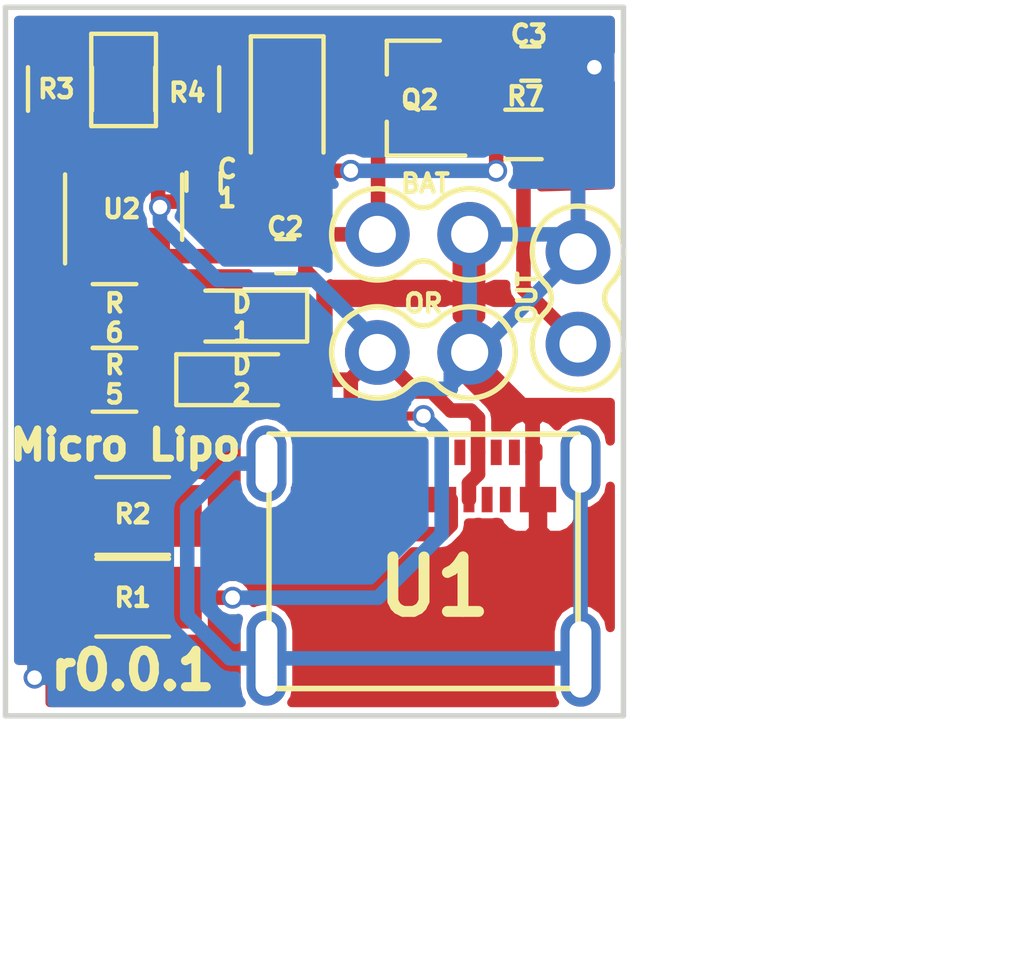
<source format=kicad_pcb>
(kicad_pcb (version 4) (host pcbnew 4.0.7)

  (general
    (links 0)
    (no_connects 0)
    (area 76.245238 107.375 127.85 138.500001)
    (thickness 1.6)
    (drawings 27)
    (tracks 245)
    (zones 0)
    (modules 20)
    (nets 27)
  )

  (page A4)
  (layers
    (0 F.Cu signal)
    (31 B.Cu signal)
    (32 B.Adhes user)
    (33 F.Adhes user)
    (34 B.Paste user)
    (35 F.Paste user)
    (36 B.SilkS user)
    (37 F.SilkS user)
    (38 B.Mask user)
    (39 F.Mask user)
    (40 Dwgs.User user)
    (41 Cmts.User user)
    (42 Eco1.User user)
    (43 Eco2.User user)
    (44 Edge.Cuts user)
    (45 Margin user)
    (46 B.CrtYd user)
    (47 F.CrtYd user)
    (48 B.Fab user)
    (49 F.Fab user)
  )

  (setup
    (last_trace_width 0.4)
    (trace_clearance 0.1)
    (zone_clearance 0.508)
    (zone_45_only no)
    (trace_min 0.2)
    (segment_width 0.2)
    (edge_width 0.15)
    (via_size 0.6)
    (via_drill 0.4)
    (via_min_size 0.4)
    (via_min_drill 0.3)
    (uvia_size 0.3)
    (uvia_drill 0.1)
    (uvias_allowed no)
    (uvia_min_size 0.2)
    (uvia_min_drill 0.1)
    (pcb_text_width 0.3)
    (pcb_text_size 1.5 1.5)
    (mod_edge_width 0.15)
    (mod_text_size 1 1)
    (mod_text_width 0.15)
    (pad_size 0.3 0.7)
    (pad_drill 0)
    (pad_to_mask_clearance 0.2)
    (aux_axis_origin 0 0)
    (visible_elements 7FFFF7FF)
    (pcbplotparams
      (layerselection 0x00030_80000001)
      (usegerberextensions false)
      (excludeedgelayer true)
      (linewidth 0.100000)
      (plotframeref false)
      (viasonmask false)
      (mode 1)
      (useauxorigin false)
      (hpglpennumber 1)
      (hpglpenspeed 20)
      (hpglpendiameter 15)
      (hpglpenoverlay 2)
      (psnegative false)
      (psa4output false)
      (plotreference true)
      (plotvalue true)
      (plotinvisibletext false)
      (padsonsilk false)
      (subtractmaskfromsilk false)
      (outputformat 1)
      (mirror false)
      (drillshape 1)
      (scaleselection 1)
      (outputdirectory ""))
  )

  (net 0 "")
  (net 1 VBUS)
  (net 2 GND)
  (net 3 VC1)
  (net 4 "Net-(C3-Pad1)")
  (net 5 "Net-(D1-Pad1)")
  (net 6 "Net-(D2-Pad2)")
  (net 7 "Net-(J2-Pad1)")
  (net 8 "Net-(J2-Pad2)")
  (net 9 "Net-(R1-Pad2)")
  (net 10 "Net-(R2-Pad2)")
  (net 11 "Net-(R5-Pad1)")
  (net 12 "Net-(U1-PadA2)")
  (net 13 "Net-(U1-PadA3)")
  (net 14 "Net-(U1-PadA6)")
  (net 15 "Net-(U1-PadA7)")
  (net 16 "Net-(U1-PadA8)")
  (net 17 "Net-(U1-PadA10)")
  (net 18 "Net-(U1-PadA11)")
  (net 19 "Net-(U1-PadB2)")
  (net 20 "Net-(U1-PadB3)")
  (net 21 "Net-(U1-PadB6)")
  (net 22 "Net-(U1-PadB7)")
  (net 23 "Net-(U1-PadB8)")
  (net 24 "Net-(U1-PadB10)")
  (net 25 "Net-(U1-PadB11)")
  (net 26 "Net-(U1-PadS1)")

  (net_class Default "This is the default net class."
    (clearance 0.1)
    (trace_width 0.4)
    (via_dia 0.6)
    (via_drill 0.4)
    (uvia_dia 0.3)
    (uvia_drill 0.1)
    (add_net GND)
    (add_net "Net-(C3-Pad1)")
    (add_net "Net-(D1-Pad1)")
    (add_net "Net-(D2-Pad2)")
    (add_net "Net-(J2-Pad1)")
    (add_net "Net-(J2-Pad2)")
    (add_net "Net-(R1-Pad2)")
    (add_net "Net-(R2-Pad2)")
    (add_net "Net-(R5-Pad1)")
    (add_net "Net-(U1-PadA10)")
    (add_net "Net-(U1-PadA11)")
    (add_net "Net-(U1-PadA2)")
    (add_net "Net-(U1-PadA3)")
    (add_net "Net-(U1-PadA6)")
    (add_net "Net-(U1-PadA7)")
    (add_net "Net-(U1-PadA8)")
    (add_net "Net-(U1-PadB10)")
    (add_net "Net-(U1-PadB11)")
    (add_net "Net-(U1-PadB2)")
    (add_net "Net-(U1-PadB3)")
    (add_net "Net-(U1-PadB6)")
    (add_net "Net-(U1-PadB7)")
    (add_net "Net-(U1-PadB8)")
    (add_net "Net-(U1-PadS1)")
    (add_net VBUS)
    (add_net VC1)
  )

  (module usbc:PadMount (layer F.Cu) (tedit 59AD8B1C) (tstamp 59AF27AE)
    (at 111.75 117.75 90)
    (path /59AEF91E)
    (fp_text reference U4 (at -0.017 -1.127 90) (layer F.SilkS) hide
      (effects (font (size 0.127 0.127) (thickness 0.03175)))
    )
    (fp_text value 1x2 (at 0 1.143 90) (layer F.Fab) hide
      (effects (font (size 0.127 0.127) (thickness 0.03175)))
    )
    (fp_arc (start 0 1.27) (end -0.381 0.889) (angle 90) (layer F.SilkS) (width 0.15))
    (fp_arc (start -1.27 0) (end -0.381 0.889) (angle 90) (layer F.SilkS) (width 0.15))
    (fp_arc (start 1.27 0) (end 2.159 0.889) (angle 90) (layer F.SilkS) (width 0.15))
    (fp_arc (start 0 -1.27) (end 0.381 -0.889) (angle 90) (layer F.SilkS) (width 0.15))
    (fp_arc (start -1.27 0) (end -2.159 -0.889) (angle 90) (layer F.SilkS) (width 0.15))
    (fp_arc (start -1.27 0) (end -2.159 0.889) (angle 90) (layer F.SilkS) (width 0.15))
    (fp_arc (start 1.27 0) (end 0.381 -0.889) (angle 90) (layer F.SilkS) (width 0.15))
    (fp_arc (start 1.27 0) (end 2.159 -0.889) (angle 90) (layer F.SilkS) (width 0.15))
    (pad 1 thru_hole circle (at -1.27 0 90) (size 1.78 1.78) (drill 1.02) (layers *.Cu *.Mask)
      (net 4 "Net-(C3-Pad1)"))
    (pad 2 thru_hole circle (at 1.27 0 90) (size 1.78 1.78) (drill 1.02) (layers *.Cu *.Mask)
      (net 2 GND))
  )

  (module usbc:PadMount (layer F.Cu) (tedit 59AF344A) (tstamp 59AF27A0)
    (at 107.5 119.25)
    (path /59AEF0FC)
    (fp_text reference U3 (at 0 0) (layer F.SilkS) hide
      (effects (font (size 0.127 0.127) (thickness 0.03175)))
    )
    (fp_text value 1x2 (at 0 -0.5) (layer F.Fab) hide
      (effects (font (size 0.127 0.127) (thickness 0.03175)))
    )
    (fp_arc (start 0 1.27) (end -0.381 0.889) (angle 90) (layer F.SilkS) (width 0.15))
    (fp_arc (start -1.27 0) (end -0.381 0.889) (angle 90) (layer F.SilkS) (width 0.15))
    (fp_arc (start 1.27 0) (end 2.159 0.889) (angle 90) (layer F.SilkS) (width 0.15))
    (fp_arc (start 0 -1.27) (end 0.381 -0.889) (angle 90) (layer F.SilkS) (width 0.15))
    (fp_arc (start -1.27 0) (end -2.159 -0.889) (angle 90) (layer F.SilkS) (width 0.15))
    (fp_arc (start -1.27 0) (end -2.159 0.889) (angle 90) (layer F.SilkS) (width 0.15))
    (fp_arc (start 1.27 0) (end 0.381 -0.889) (angle 90) (layer F.SilkS) (width 0.15))
    (fp_arc (start 1.27 0) (end 2.159 -0.889) (angle 90) (layer F.SilkS) (width 0.15))
    (pad 1 thru_hole circle (at -1.27 0) (size 1.78 1.78) (drill 1.02) (layers *.Cu *.Mask)
      (net 1 VBUS))
    (pad 2 thru_hole circle (at 1.27 0) (size 1.78 1.78) (drill 1.02) (layers *.Cu *.Mask)
      (net 2 GND))
  )

  (module Resistors_SMD:R_1206 (layer F.Cu) (tedit 59AF32FD) (tstamp 59AF274B)
    (at 99.5 123.75)
    (descr "Resistor SMD 1206, reflow soldering, Vishay (see dcrcw.pdf)")
    (tags "resistor 1206")
    (path /59AD0672)
    (attr smd)
    (fp_text reference R2 (at -9 -6.25) (layer F.SilkS) hide
      (effects (font (size 1 1) (thickness 0.15)))
    )
    (fp_text value 5.1K (at -7.25 -1.25) (layer F.Fab) hide
      (effects (font (size 1 1) (thickness 0.15)))
    )
    (fp_text user %R (at 0 0) (layer F.Fab)
      (effects (font (size 0.7 0.7) (thickness 0.105)))
    )
    (fp_line (start -1.6 0.8) (end -1.6 -0.8) (layer F.Fab) (width 0.1))
    (fp_line (start 1.6 0.8) (end -1.6 0.8) (layer F.Fab) (width 0.1))
    (fp_line (start 1.6 -0.8) (end 1.6 0.8) (layer F.Fab) (width 0.1))
    (fp_line (start -1.6 -0.8) (end 1.6 -0.8) (layer F.Fab) (width 0.1))
    (fp_line (start 1 1.07) (end -1 1.07) (layer F.SilkS) (width 0.12))
    (fp_line (start -1 -1.07) (end 1 -1.07) (layer F.SilkS) (width 0.12))
    (fp_line (start -2.15 -1.11) (end 2.15 -1.11) (layer F.CrtYd) (width 0.05))
    (fp_line (start -2.15 -1.11) (end -2.15 1.1) (layer F.CrtYd) (width 0.05))
    (fp_line (start 2.15 1.1) (end 2.15 -1.11) (layer F.CrtYd) (width 0.05))
    (fp_line (start 2.15 1.1) (end -2.15 1.1) (layer F.CrtYd) (width 0.05))
    (pad 1 smd rect (at -1.45 0) (size 0.9 1.7) (layers F.Cu F.Paste F.Mask)
      (net 2 GND))
    (pad 2 smd rect (at 1.45 0) (size 0.9 1.7) (layers F.Cu F.Paste F.Mask)
      (net 10 "Net-(R2-Pad2)"))
    (model ${KISYS3DMOD}/Resistors_SMD.3dshapes/R_1206.wrl
      (at (xyz 0 0 0))
      (scale (xyz 1 1 1))
      (rotate (xyz 0 0 0))
    )
  )

  (module Resistors_SMD:R_0805 (layer F.Cu) (tedit 59B0A388) (tstamp 59AF2751)
    (at 97.5 112 90)
    (descr "Resistor SMD 0805, reflow soldering, Vishay (see dcrcw.pdf)")
    (tags "resistor 0805")
    (path /59AC9A73)
    (attr smd)
    (fp_text reference R3 (at -4.25 -2.75 90) (layer F.SilkS) hide
      (effects (font (size 1 1) (thickness 0.15)))
    )
    (fp_text value 10K (at -0.25 -8.25 90) (layer F.Fab) hide
      (effects (font (size 1 1) (thickness 0.15)))
    )
    (fp_text user %R (at 0 0 90) (layer F.Fab)
      (effects (font (size 0.5 0.5) (thickness 0.075)))
    )
    (fp_line (start -1 0.62) (end -1 -0.62) (layer F.Fab) (width 0.1))
    (fp_line (start 1 0.62) (end -1 0.62) (layer F.Fab) (width 0.1))
    (fp_line (start 1 -0.62) (end 1 0.62) (layer F.Fab) (width 0.1))
    (fp_line (start -1 -0.62) (end 1 -0.62) (layer F.Fab) (width 0.1))
    (fp_line (start 0.6 0.88) (end -0.6 0.88) (layer F.SilkS) (width 0.12))
    (fp_line (start -0.6 -0.88) (end 0.6 -0.88) (layer F.SilkS) (width 0.12))
    (fp_line (start -1.55 -0.9) (end 1.55 -0.9) (layer F.CrtYd) (width 0.05))
    (fp_line (start -1.55 -0.9) (end -1.55 0.9) (layer F.CrtYd) (width 0.05))
    (fp_line (start 1.55 0.9) (end 1.55 -0.9) (layer F.CrtYd) (width 0.05))
    (fp_line (start 1.55 0.9) (end -1.55 0.9) (layer F.CrtYd) (width 0.05))
    (pad 1 smd rect (at -0.95 0 90) (size 0.7 1.3) (layers F.Cu F.Paste F.Mask)
      (net 2 GND))
    (pad 2 smd rect (at 0.95 0 90) (size 0.7 1.3) (layers F.Cu F.Paste F.Mask)
      (net 7 "Net-(J2-Pad1)"))
    (model ${KISYS3DMOD}/Resistors_SMD.3dshapes/R_0805.wrl
      (at (xyz 0 0 0))
      (scale (xyz 1 1 1))
      (rotate (xyz 0 0 0))
    )
  )

  (module Capacitors_SMD:C_0402 (layer F.Cu) (tedit 59B0A419) (tstamp 59AF2714)
    (at 101.45 114.55 90)
    (descr "Capacitor SMD 0402, reflow soldering, AVX (see smccp.pdf)")
    (tags "capacitor 0402")
    (path /59AC703D)
    (attr smd)
    (fp_text reference C1 (at 4.3 -11.2 90) (layer F.SilkS) hide
      (effects (font (size 1 1) (thickness 0.15)))
    )
    (fp_text value "4.7 uF" (at 3.3 -9.95 90) (layer F.Fab) hide
      (effects (font (size 1 1) (thickness 0.15)))
    )
    (fp_text user %R (at 0.05 0.65 90) (layer F.Fab)
      (effects (font (size 0.127 0.127) (thickness 0.03175)))
    )
    (fp_line (start -0.5 0.25) (end -0.5 -0.25) (layer F.Fab) (width 0.1))
    (fp_line (start 0.5 0.25) (end -0.5 0.25) (layer F.Fab) (width 0.1))
    (fp_line (start 0.5 -0.25) (end 0.5 0.25) (layer F.Fab) (width 0.1))
    (fp_line (start -0.5 -0.25) (end 0.5 -0.25) (layer F.Fab) (width 0.1))
    (fp_line (start 0.25 -0.47) (end -0.25 -0.47) (layer F.SilkS) (width 0.12))
    (fp_line (start -0.25 0.47) (end 0.25 0.47) (layer F.SilkS) (width 0.12))
    (fp_line (start -1 -0.4) (end 1 -0.4) (layer F.CrtYd) (width 0.05))
    (fp_line (start -1 -0.4) (end -1 0.4) (layer F.CrtYd) (width 0.05))
    (fp_line (start 1 0.4) (end 1 -0.4) (layer F.CrtYd) (width 0.05))
    (fp_line (start 1 0.4) (end -1 0.4) (layer F.CrtYd) (width 0.05))
    (pad 1 smd rect (at -0.55 0 90) (size 0.6 0.5) (layers F.Cu F.Paste F.Mask)
      (net 1 VBUS))
    (pad 2 smd rect (at 0.55 0 90) (size 0.6 0.5) (layers F.Cu F.Paste F.Mask)
      (net 2 GND))
    (model Capacitors_SMD.3dshapes/C_0402.wrl
      (at (xyz 0 0 0))
      (scale (xyz 1 1 1))
      (rotate (xyz 0 0 0))
    )
  )

  (module Capacitors_SMD:C_0402 (layer F.Cu) (tedit 59B0A41B) (tstamp 59AF271A)
    (at 103.7 116.6)
    (descr "Capacitor SMD 0402, reflow soldering, AVX (see smccp.pdf)")
    (tags "capacitor 0402")
    (path /59AC9E78)
    (attr smd)
    (fp_text reference C2 (at -14.95 -6.85) (layer F.SilkS) hide
      (effects (font (size 1 1) (thickness 0.15)))
    )
    (fp_text value "4.7 uF" (at -12.95 -2.85) (layer F.Fab) hide
      (effects (font (size 1 1) (thickness 0.15)))
    )
    (fp_text user %R (at 0 -0.85) (layer F.Fab)
      (effects (font (size 0.5 0.5) (thickness 0.125)))
    )
    (fp_line (start -0.5 0.25) (end -0.5 -0.25) (layer F.Fab) (width 0.1))
    (fp_line (start 0.5 0.25) (end -0.5 0.25) (layer F.Fab) (width 0.1))
    (fp_line (start 0.5 -0.25) (end 0.5 0.25) (layer F.Fab) (width 0.1))
    (fp_line (start -0.5 -0.25) (end 0.5 -0.25) (layer F.Fab) (width 0.1))
    (fp_line (start 0.25 -0.47) (end -0.25 -0.47) (layer F.SilkS) (width 0.12))
    (fp_line (start -0.25 0.47) (end 0.25 0.47) (layer F.SilkS) (width 0.12))
    (fp_line (start -1 -0.4) (end 1 -0.4) (layer F.CrtYd) (width 0.05))
    (fp_line (start -1 -0.4) (end -1 0.4) (layer F.CrtYd) (width 0.05))
    (fp_line (start 1 0.4) (end 1 -0.4) (layer F.CrtYd) (width 0.05))
    (fp_line (start 1 0.4) (end -1 0.4) (layer F.CrtYd) (width 0.05))
    (pad 1 smd rect (at -0.55 0) (size 0.6 0.5) (layers F.Cu F.Paste F.Mask)
      (net 3 VC1))
    (pad 2 smd rect (at 0.55 0) (size 0.6 0.5) (layers F.Cu F.Paste F.Mask)
      (net 2 GND))
    (model Capacitors_SMD.3dshapes/C_0402.wrl
      (at (xyz 0 0 0))
      (scale (xyz 1 1 1))
      (rotate (xyz 0 0 0))
    )
  )

  (module Capacitors_SMD:C_0402 (layer F.Cu) (tedit 59B0A412) (tstamp 59AF2720)
    (at 110.44 111.3)
    (descr "Capacitor SMD 0402, reflow soldering, AVX (see smccp.pdf)")
    (tags "capacitor 0402")
    (path /59AD40AE)
    (attr smd)
    (fp_text reference C3 (at -26.94 -0.55) (layer F.SilkS) hide
      (effects (font (size 1 1) (thickness 0.15)))
    )
    (fp_text value "1 uF" (at 5.31 2.2) (layer F.Fab) hide
      (effects (font (size 1 1) (thickness 0.15)))
    )
    (fp_text user %R (at -25.44 2.2) (layer F.Fab) hide
      (effects (font (size 1 1) (thickness 0.15)))
    )
    (fp_line (start -0.5 0.25) (end -0.5 -0.25) (layer F.Fab) (width 0.1))
    (fp_line (start 0.5 0.25) (end -0.5 0.25) (layer F.Fab) (width 0.1))
    (fp_line (start 0.5 -0.25) (end 0.5 0.25) (layer F.Fab) (width 0.1))
    (fp_line (start -0.5 -0.25) (end 0.5 -0.25) (layer F.Fab) (width 0.1))
    (fp_line (start 0.25 -0.47) (end -0.25 -0.47) (layer F.SilkS) (width 0.12))
    (fp_line (start -0.25 0.47) (end 0.25 0.47) (layer F.SilkS) (width 0.12))
    (fp_line (start -1 -0.4) (end 1 -0.4) (layer F.CrtYd) (width 0.05))
    (fp_line (start -1 -0.4) (end -1 0.4) (layer F.CrtYd) (width 0.05))
    (fp_line (start 1 0.4) (end 1 -0.4) (layer F.CrtYd) (width 0.05))
    (fp_line (start 1 0.4) (end -1 0.4) (layer F.CrtYd) (width 0.05))
    (pad 1 smd rect (at -0.55 0) (size 0.6 0.5) (layers F.Cu F.Paste F.Mask)
      (net 4 "Net-(C3-Pad1)"))
    (pad 2 smd rect (at 0.55 0) (size 0.6 0.5) (layers F.Cu F.Paste F.Mask)
      (net 2 GND))
    (model Capacitors_SMD.3dshapes/C_0402.wrl
      (at (xyz 0 0 0))
      (scale (xyz 1 1 1))
      (rotate (xyz 0 0 0))
    )
  )

  (module LEDs:LED_0805 (layer F.Cu) (tedit 59B0A3C3) (tstamp 59AF2726)
    (at 102.5 120)
    (descr "LED 0805 smd package")
    (tags "LED led 0805 SMD smd SMT smt smdled SMDLED smtled SMTLED")
    (path /59AC72CC)
    (attr smd)
    (fp_text reference D1 (at -9.25 -4) (layer F.SilkS) hide
      (effects (font (size 1 1) (thickness 0.15)))
    )
    (fp_text value "Green LED" (at -12 -1.25) (layer F.Fab) hide
      (effects (font (size 1 1) (thickness 0.15)))
    )
    (fp_line (start -1.8 -0.7) (end -1.8 0.7) (layer F.SilkS) (width 0.12))
    (fp_line (start -0.4 -0.4) (end -0.4 0.4) (layer F.Fab) (width 0.1))
    (fp_line (start -0.4 0) (end 0.2 -0.4) (layer F.Fab) (width 0.1))
    (fp_line (start 0.2 0.4) (end -0.4 0) (layer F.Fab) (width 0.1))
    (fp_line (start 0.2 -0.4) (end 0.2 0.4) (layer F.Fab) (width 0.1))
    (fp_line (start 1 0.6) (end -1 0.6) (layer F.Fab) (width 0.1))
    (fp_line (start 1 -0.6) (end 1 0.6) (layer F.Fab) (width 0.1))
    (fp_line (start -1 -0.6) (end 1 -0.6) (layer F.Fab) (width 0.1))
    (fp_line (start -1 0.6) (end -1 -0.6) (layer F.Fab) (width 0.1))
    (fp_line (start -1.8 0.7) (end 1 0.7) (layer F.SilkS) (width 0.12))
    (fp_line (start -1.8 -0.7) (end 1 -0.7) (layer F.SilkS) (width 0.12))
    (fp_line (start 1.95 -0.85) (end 1.95 0.85) (layer F.CrtYd) (width 0.05))
    (fp_line (start 1.95 0.85) (end -1.95 0.85) (layer F.CrtYd) (width 0.05))
    (fp_line (start -1.95 0.85) (end -1.95 -0.85) (layer F.CrtYd) (width 0.05))
    (fp_line (start -1.95 -0.85) (end 1.95 -0.85) (layer F.CrtYd) (width 0.05))
    (fp_text user %R (at 0 -1.25) (layer F.Fab)
      (effects (font (size 0.4 0.4) (thickness 0.1)))
    )
    (pad 2 smd rect (at 1.1 0 180) (size 1.2 1.2) (layers F.Cu F.Paste F.Mask)
      (net 1 VBUS))
    (pad 1 smd rect (at -1.1 0 180) (size 1.2 1.2) (layers F.Cu F.Paste F.Mask)
      (net 5 "Net-(D1-Pad1)"))
    (model ${KISYS3DMOD}/LEDs.3dshapes/LED_0805.wrl
      (at (xyz 0 0 0))
      (scale (xyz 1 1 1))
      (rotate (xyz 0 0 180))
    )
  )

  (module LEDs:LED_0805 (layer F.Cu) (tedit 59B0A3B0) (tstamp 59AF272C)
    (at 102.5 118.25 180)
    (descr "LED 0805 smd package")
    (tags "LED led 0805 SMD smd SMT smt smdled SMDLED smtled SMTLED")
    (path /59AC7359)
    (attr smd)
    (fp_text reference D2 (at 11.5 3.5 180) (layer F.SilkS) hide
      (effects (font (size 1 1) (thickness 0.15)))
    )
    (fp_text value "Red LED" (at 9.25 3.75 180) (layer F.Fab) hide
      (effects (font (size 0.127 0.127) (thickness 0.03175)))
    )
    (fp_line (start -1.8 -0.7) (end -1.8 0.7) (layer F.SilkS) (width 0.12))
    (fp_line (start -0.4 -0.4) (end -0.4 0.4) (layer F.Fab) (width 0.1))
    (fp_line (start -0.4 0) (end 0.2 -0.4) (layer F.Fab) (width 0.1))
    (fp_line (start 0.2 0.4) (end -0.4 0) (layer F.Fab) (width 0.1))
    (fp_line (start 0.2 -0.4) (end 0.2 0.4) (layer F.Fab) (width 0.1))
    (fp_line (start 1 0.6) (end -1 0.6) (layer F.Fab) (width 0.1))
    (fp_line (start 1 -0.6) (end 1 0.6) (layer F.Fab) (width 0.1))
    (fp_line (start -1 -0.6) (end 1 -0.6) (layer F.Fab) (width 0.1))
    (fp_line (start -1 0.6) (end -1 -0.6) (layer F.Fab) (width 0.1))
    (fp_line (start -1.8 0.7) (end 1 0.7) (layer F.SilkS) (width 0.12))
    (fp_line (start -1.8 -0.7) (end 1 -0.7) (layer F.SilkS) (width 0.12))
    (fp_line (start 1.95 -0.85) (end 1.95 0.85) (layer F.CrtYd) (width 0.05))
    (fp_line (start 1.95 0.85) (end -1.95 0.85) (layer F.CrtYd) (width 0.05))
    (fp_line (start -1.95 0.85) (end -1.95 -0.85) (layer F.CrtYd) (width 0.05))
    (fp_line (start -1.95 -0.85) (end 1.95 -0.85) (layer F.CrtYd) (width 0.05))
    (fp_text user %R (at 0 -1.25 180) (layer F.Fab)
      (effects (font (size 0.4 0.4) (thickness 0.1)))
    )
    (pad 2 smd rect (at 1.1 0) (size 1.2 1.2) (layers F.Cu F.Paste F.Mask)
      (net 6 "Net-(D2-Pad2)"))
    (pad 1 smd rect (at -1.1 0) (size 1.2 1.2) (layers F.Cu F.Paste F.Mask)
      (net 2 GND))
    (model ${KISYS3DMOD}/LEDs.3dshapes/LED_0805.wrl
      (at (xyz 0 0 0))
      (scale (xyz 1 1 1))
      (rotate (xyz 0 0 180))
    )
  )

  (module Diodes_SMD:D_PowerDI-123 (layer F.Cu) (tedit 59B0A41D) (tstamp 59AF2732)
    (at 103.75 112.75 270)
    (descr http://www.diodes.com/_files/datasheets/ds30497.pdf)
    (tags "PowerDI diode vishay")
    (path /59AD4767)
    (attr smd)
    (fp_text reference D3 (at -1.75 15.65 270) (layer F.SilkS) hide
      (effects (font (size 1 1) (thickness 0.15)))
    )
    (fp_text value D_Schottky (at 14.5 15.25 270) (layer F.Fab) hide
      (effects (font (size 1 1) (thickness 0.15)))
    )
    (fp_text user %R (at 0 -2 270) (layer F.Fab)
      (effects (font (size 1 1) (thickness 0.15)))
    )
    (fp_line (start 0.3 0) (end 0.7 0) (layer F.Fab) (width 0.1))
    (fp_line (start 0.3 -0.5) (end -0.5 0) (layer F.Fab) (width 0.1))
    (fp_line (start 0.3 0.5) (end 0.3 -0.5) (layer F.Fab) (width 0.1))
    (fp_line (start -0.5 0) (end 0.3 0.5) (layer F.Fab) (width 0.1))
    (fp_line (start -0.5 0) (end -0.5 0.5) (layer F.Fab) (width 0.1))
    (fp_line (start -0.5 0) (end -0.5 -0.5) (layer F.Fab) (width 0.1))
    (fp_line (start -0.8 0) (end -0.5 0) (layer F.Fab) (width 0.1))
    (fp_line (start -1.4 0.9) (end -1.4 -0.9) (layer F.Fab) (width 0.1))
    (fp_line (start 1.4 0.9) (end -1.4 0.9) (layer F.Fab) (width 0.1))
    (fp_line (start 1.4 -0.9) (end 1.4 0.9) (layer F.Fab) (width 0.1))
    (fp_line (start -1.4 -0.9) (end 1.4 -0.9) (layer F.Fab) (width 0.1))
    (fp_line (start 2.5 1.3) (end -2.5 1.3) (layer F.CrtYd) (width 0.05))
    (fp_line (start 2.5 -1.3) (end 2.5 1.3) (layer F.CrtYd) (width 0.05))
    (fp_line (start -2.5 -1.3) (end 2.5 -1.3) (layer F.CrtYd) (width 0.05))
    (fp_line (start -2.5 1.3) (end -2.5 -1.3) (layer F.CrtYd) (width 0.05))
    (fp_line (start 1 -1) (end -2.2 -1) (layer F.SilkS) (width 0.12))
    (fp_line (start -2.2 1) (end 1 1) (layer F.SilkS) (width 0.12))
    (fp_line (start -2.2 1) (end -2.2 -1) (layer F.SilkS) (width 0.12))
    (pad 1 smd rect (at -0.85 0 90) (size 2.4 1.5) (layers F.Cu F.Paste F.Mask)
      (net 4 "Net-(C3-Pad1)"))
    (pad 2 smd rect (at 1.525 0 90) (size 1.05 1.5) (layers F.Cu F.Paste F.Mask)
      (net 1 VBUS))
    (model ${KISYS3DMOD}/Diodes_SMD.3dshapes/D_PowerDI-123.wrl
      (at (xyz 0 0 0))
      (scale (xyz 1 1 1))
      (rotate (xyz 0 0 0))
    )
  )

  (module Connectors:GS2 (layer F.Cu) (tedit 59AF3DB1) (tstamp 59AF2738)
    (at 99.25 111.75 180)
    (descr "2-pin solder bridge")
    (tags "solder bridge")
    (path /59AC96CD)
    (attr smd)
    (fp_text reference J2 (at 1.78 0 270) (layer F.SilkS) hide
      (effects (font (size 0.127 0.127) (thickness 0.03175)))
    )
    (fp_text value GS2 (at 0 0 270) (layer F.Fab)
      (effects (font (size 1 1) (thickness 0.15)))
    )
    (fp_line (start 1.1 -1.45) (end 1.1 1.5) (layer F.CrtYd) (width 0.05))
    (fp_line (start 1.1 1.5) (end -1.1 1.5) (layer F.CrtYd) (width 0.05))
    (fp_line (start -1.1 1.5) (end -1.1 -1.45) (layer F.CrtYd) (width 0.05))
    (fp_line (start -1.1 -1.45) (end 1.1 -1.45) (layer F.CrtYd) (width 0.05))
    (fp_line (start -0.89 -1.27) (end -0.89 1.27) (layer F.SilkS) (width 0.12))
    (fp_line (start 0.89 1.27) (end 0.89 -1.27) (layer F.SilkS) (width 0.12))
    (fp_line (start 0.89 1.27) (end -0.89 1.27) (layer F.SilkS) (width 0.12))
    (fp_line (start -0.89 -1.27) (end 0.89 -1.27) (layer F.SilkS) (width 0.12))
    (pad 1 smd rect (at 0 -0.64 180) (size 1.27 0.97) (layers F.Cu F.Paste F.Mask)
      (net 7 "Net-(J2-Pad1)"))
    (pad 2 smd rect (at 0 0.64 180) (size 1.27 0.97) (layers F.Cu F.Paste F.Mask)
      (net 8 "Net-(J2-Pad2)"))
  )

  (module TO_SOT_Packages_SMD:SOT-23 (layer F.Cu) (tedit 59B0A423) (tstamp 59AF273F)
    (at 107.25 112.25 180)
    (descr "SOT-23, Standard")
    (tags SOT-23)
    (path /59AE50B0)
    (attr smd)
    (fp_text reference Q2 (at 20.15 -1.15 180) (layer F.SilkS) hide
      (effects (font (size 1 1) (thickness 0.15)))
    )
    (fp_text value BSS84 (at 28.5 4 180) (layer F.Fab) hide
      (effects (font (size 1 1) (thickness 0.15)))
    )
    (fp_text user %R (at 0 0 270) (layer F.Fab)
      (effects (font (size 0.5 0.5) (thickness 0.075)))
    )
    (fp_line (start -0.7 -0.95) (end -0.7 1.5) (layer F.Fab) (width 0.1))
    (fp_line (start -0.15 -1.52) (end 0.7 -1.52) (layer F.Fab) (width 0.1))
    (fp_line (start -0.7 -0.95) (end -0.15 -1.52) (layer F.Fab) (width 0.1))
    (fp_line (start 0.7 -1.52) (end 0.7 1.52) (layer F.Fab) (width 0.1))
    (fp_line (start -0.7 1.52) (end 0.7 1.52) (layer F.Fab) (width 0.1))
    (fp_line (start 0.76 1.58) (end 0.76 0.65) (layer F.SilkS) (width 0.12))
    (fp_line (start 0.76 -1.58) (end 0.76 -0.65) (layer F.SilkS) (width 0.12))
    (fp_line (start -1.7 -1.75) (end 1.7 -1.75) (layer F.CrtYd) (width 0.05))
    (fp_line (start 1.7 -1.75) (end 1.7 1.75) (layer F.CrtYd) (width 0.05))
    (fp_line (start 1.7 1.75) (end -1.7 1.75) (layer F.CrtYd) (width 0.05))
    (fp_line (start -1.7 1.75) (end -1.7 -1.75) (layer F.CrtYd) (width 0.05))
    (fp_line (start 0.76 -1.58) (end -1.4 -1.58) (layer F.SilkS) (width 0.12))
    (fp_line (start 0.76 1.58) (end -0.7 1.58) (layer F.SilkS) (width 0.12))
    (pad 1 smd rect (at -1 -0.95 180) (size 0.9 0.8) (layers F.Cu F.Paste F.Mask)
      (net 1 VBUS))
    (pad 2 smd rect (at -1 0.95 180) (size 0.9 0.8) (layers F.Cu F.Paste F.Mask)
      (net 4 "Net-(C3-Pad1)"))
    (pad 3 smd rect (at 1 0 180) (size 0.9 0.8) (layers F.Cu F.Paste F.Mask)
      (net 3 VC1))
    (model ${KISYS3DMOD}/TO_SOT_Packages_SMD.3dshapes/SOT-23.wrl
      (at (xyz 0 0 0))
      (scale (xyz 1 1 1))
      (rotate (xyz 0 0 0))
    )
  )

  (module Resistors_SMD:R_1206 (layer F.Cu) (tedit 59AF41F1) (tstamp 59AF2745)
    (at 99.5 126)
    (descr "Resistor SMD 1206, reflow soldering, Vishay (see dcrcw.pdf)")
    (tags "resistor 1206")
    (path /59AD062F)
    (attr smd)
    (fp_text reference R1 (at -15 -4.75) (layer F.SilkS) hide
      (effects (font (size 1 1) (thickness 0.15)))
    )
    (fp_text value 5.1K (at -18 -10.5) (layer F.Fab) hide
      (effects (font (size 1 1) (thickness 0.15)))
    )
    (fp_text user %R (at 0 0) (layer F.Fab)
      (effects (font (size 0.7 0.7) (thickness 0.105)))
    )
    (fp_line (start -1.6 0.8) (end -1.6 -0.8) (layer F.Fab) (width 0.1))
    (fp_line (start 1.6 0.8) (end -1.6 0.8) (layer F.Fab) (width 0.1))
    (fp_line (start 1.6 -0.8) (end 1.6 0.8) (layer F.Fab) (width 0.1))
    (fp_line (start -1.6 -0.8) (end 1.6 -0.8) (layer F.Fab) (width 0.1))
    (fp_line (start 1 1.07) (end -1 1.07) (layer F.SilkS) (width 0.12))
    (fp_line (start -1 -1.07) (end 1 -1.07) (layer F.SilkS) (width 0.12))
    (fp_line (start -2.15 -1.11) (end 2.15 -1.11) (layer F.CrtYd) (width 0.05))
    (fp_line (start -2.15 -1.11) (end -2.15 1.1) (layer F.CrtYd) (width 0.05))
    (fp_line (start 2.15 1.1) (end 2.15 -1.11) (layer F.CrtYd) (width 0.05))
    (fp_line (start 2.15 1.1) (end -2.15 1.1) (layer F.CrtYd) (width 0.05))
    (pad 1 smd rect (at -1.45 0) (size 0.9 1.7) (layers F.Cu F.Paste F.Mask)
      (net 2 GND))
    (pad 2 smd rect (at 1.45 0) (size 0.9 1.7) (layers F.Cu F.Paste F.Mask)
      (net 9 "Net-(R1-Pad2)"))
    (model ${KISYS3DMOD}/Resistors_SMD.3dshapes/R_1206.wrl
      (at (xyz 0 0 0))
      (scale (xyz 1 1 1))
      (rotate (xyz 0 0 0))
    )
  )

  (module Resistors_SMD:R_0805 (layer F.Cu) (tedit 59B0A38C) (tstamp 59AF2757)
    (at 101 112 90)
    (descr "Resistor SMD 0805, reflow soldering, Vishay (see dcrcw.pdf)")
    (tags "resistor 0805")
    (path /59AC9B61)
    (attr smd)
    (fp_text reference R4 (at 2.276 -7.286 90) (layer F.SilkS) hide
      (effects (font (size 1 1) (thickness 0.15)))
    )
    (fp_text value 2.5K (at -0.75 -7.25 90) (layer F.Fab) hide
      (effects (font (size 1 1) (thickness 0.15)))
    )
    (fp_text user %R (at 0 0 90) (layer F.Fab)
      (effects (font (size 0.5 0.5) (thickness 0.075)))
    )
    (fp_line (start -1 0.62) (end -1 -0.62) (layer F.Fab) (width 0.1))
    (fp_line (start 1 0.62) (end -1 0.62) (layer F.Fab) (width 0.1))
    (fp_line (start 1 -0.62) (end 1 0.62) (layer F.Fab) (width 0.1))
    (fp_line (start -1 -0.62) (end 1 -0.62) (layer F.Fab) (width 0.1))
    (fp_line (start 0.6 0.88) (end -0.6 0.88) (layer F.SilkS) (width 0.12))
    (fp_line (start -0.6 -0.88) (end 0.6 -0.88) (layer F.SilkS) (width 0.12))
    (fp_line (start -1.55 -0.9) (end 1.55 -0.9) (layer F.CrtYd) (width 0.05))
    (fp_line (start -1.55 -0.9) (end -1.55 0.9) (layer F.CrtYd) (width 0.05))
    (fp_line (start 1.55 0.9) (end 1.55 -0.9) (layer F.CrtYd) (width 0.05))
    (fp_line (start 1.55 0.9) (end -1.55 0.9) (layer F.CrtYd) (width 0.05))
    (pad 1 smd rect (at -0.95 0 90) (size 0.7 1.3) (layers F.Cu F.Paste F.Mask)
      (net 2 GND))
    (pad 2 smd rect (at 0.95 0 90) (size 0.7 1.3) (layers F.Cu F.Paste F.Mask)
      (net 8 "Net-(J2-Pad2)"))
    (model ${KISYS3DMOD}/Resistors_SMD.3dshapes/R_0805.wrl
      (at (xyz 0 0 0))
      (scale (xyz 1 1 1))
      (rotate (xyz 0 0 0))
    )
  )

  (module Resistors_SMD:R_0805 (layer F.Cu) (tedit 59B0A3A5) (tstamp 59AF275D)
    (at 99 120)
    (descr "Resistor SMD 0805, reflow soldering, Vishay (see dcrcw.pdf)")
    (tags "resistor 0805")
    (path /59ADAA05)
    (attr smd)
    (fp_text reference R5 (at -7.75 -4) (layer F.SilkS) hide
      (effects (font (size 1 1) (thickness 0.15)))
    )
    (fp_text value 470 (at -8 0.75) (layer F.Fab) hide
      (effects (font (size 1 1) (thickness 0.15)))
    )
    (fp_text user %R (at 0 0) (layer F.Fab)
      (effects (font (size 0.5 0.5) (thickness 0.075)))
    )
    (fp_line (start -1 0.62) (end -1 -0.62) (layer F.Fab) (width 0.1))
    (fp_line (start 1 0.62) (end -1 0.62) (layer F.Fab) (width 0.1))
    (fp_line (start 1 -0.62) (end 1 0.62) (layer F.Fab) (width 0.1))
    (fp_line (start -1 -0.62) (end 1 -0.62) (layer F.Fab) (width 0.1))
    (fp_line (start 0.6 0.88) (end -0.6 0.88) (layer F.SilkS) (width 0.12))
    (fp_line (start -0.6 -0.88) (end 0.6 -0.88) (layer F.SilkS) (width 0.12))
    (fp_line (start -1.55 -0.9) (end 1.55 -0.9) (layer F.CrtYd) (width 0.05))
    (fp_line (start -1.55 -0.9) (end -1.55 0.9) (layer F.CrtYd) (width 0.05))
    (fp_line (start 1.55 0.9) (end 1.55 -0.9) (layer F.CrtYd) (width 0.05))
    (fp_line (start 1.55 0.9) (end -1.55 0.9) (layer F.CrtYd) (width 0.05))
    (pad 1 smd rect (at -0.95 0) (size 0.7 1.3) (layers F.Cu F.Paste F.Mask)
      (net 11 "Net-(R5-Pad1)"))
    (pad 2 smd rect (at 0.95 0) (size 0.7 1.3) (layers F.Cu F.Paste F.Mask)
      (net 5 "Net-(D1-Pad1)"))
    (model ${KISYS3DMOD}/Resistors_SMD.3dshapes/R_0805.wrl
      (at (xyz 0 0 0))
      (scale (xyz 1 1 1))
      (rotate (xyz 0 0 0))
    )
  )

  (module Resistors_SMD:R_0805 (layer F.Cu) (tedit 59B0A3A8) (tstamp 59AF2763)
    (at 99 118.25)
    (descr "Resistor SMD 0805, reflow soldering, Vishay (see dcrcw.pdf)")
    (tags "resistor 0805")
    (path /59ADAA86)
    (attr smd)
    (fp_text reference R6 (at -5.5 -0.75) (layer F.SilkS) hide
      (effects (font (size 1 1) (thickness 0.15)))
    )
    (fp_text value 470 (at -5.25 2.25) (layer F.Fab) hide
      (effects (font (size 1 1) (thickness 0.15)))
    )
    (fp_text user %R (at 0 0) (layer F.Fab)
      (effects (font (size 0.5 0.5) (thickness 0.075)))
    )
    (fp_line (start -1 0.62) (end -1 -0.62) (layer F.Fab) (width 0.1))
    (fp_line (start 1 0.62) (end -1 0.62) (layer F.Fab) (width 0.1))
    (fp_line (start 1 -0.62) (end 1 0.62) (layer F.Fab) (width 0.1))
    (fp_line (start -1 -0.62) (end 1 -0.62) (layer F.Fab) (width 0.1))
    (fp_line (start 0.6 0.88) (end -0.6 0.88) (layer F.SilkS) (width 0.12))
    (fp_line (start -0.6 -0.88) (end 0.6 -0.88) (layer F.SilkS) (width 0.12))
    (fp_line (start -1.55 -0.9) (end 1.55 -0.9) (layer F.CrtYd) (width 0.05))
    (fp_line (start -1.55 -0.9) (end -1.55 0.9) (layer F.CrtYd) (width 0.05))
    (fp_line (start 1.55 0.9) (end 1.55 -0.9) (layer F.CrtYd) (width 0.05))
    (fp_line (start 1.55 0.9) (end -1.55 0.9) (layer F.CrtYd) (width 0.05))
    (pad 1 smd rect (at -0.95 0) (size 0.7 1.3) (layers F.Cu F.Paste F.Mask)
      (net 11 "Net-(R5-Pad1)"))
    (pad 2 smd rect (at 0.95 0) (size 0.7 1.3) (layers F.Cu F.Paste F.Mask)
      (net 6 "Net-(D2-Pad2)"))
    (model ${KISYS3DMOD}/Resistors_SMD.3dshapes/R_0805.wrl
      (at (xyz 0 0 0))
      (scale (xyz 1 1 1))
      (rotate (xyz 0 0 0))
    )
  )

  (module Resistors_SMD:R_0603 (layer F.Cu) (tedit 59B0A421) (tstamp 59AF2769)
    (at 110.25 113.25)
    (descr "Resistor SMD 0603, reflow soldering, Vishay (see dcrcw.pdf)")
    (tags "resistor 0603")
    (path /59AD4814)
    (attr smd)
    (fp_text reference R7 (at -24.25 -1.45) (layer F.SilkS) hide
      (effects (font (size 1 1) (thickness 0.15)))
    )
    (fp_text value 100K (at 6.5 2) (layer F.Fab) hide
      (effects (font (size 1 1) (thickness 0.15)))
    )
    (fp_text user %R (at 0 0) (layer F.Fab)
      (effects (font (size 0.4 0.4) (thickness 0.075)))
    )
    (fp_line (start -0.8 0.4) (end -0.8 -0.4) (layer F.Fab) (width 0.1))
    (fp_line (start 0.8 0.4) (end -0.8 0.4) (layer F.Fab) (width 0.1))
    (fp_line (start 0.8 -0.4) (end 0.8 0.4) (layer F.Fab) (width 0.1))
    (fp_line (start -0.8 -0.4) (end 0.8 -0.4) (layer F.Fab) (width 0.1))
    (fp_line (start 0.5 0.68) (end -0.5 0.68) (layer F.SilkS) (width 0.12))
    (fp_line (start -0.5 -0.68) (end 0.5 -0.68) (layer F.SilkS) (width 0.12))
    (fp_line (start -1.25 -0.7) (end 1.25 -0.7) (layer F.CrtYd) (width 0.05))
    (fp_line (start -1.25 -0.7) (end -1.25 0.7) (layer F.CrtYd) (width 0.05))
    (fp_line (start 1.25 0.7) (end 1.25 -0.7) (layer F.CrtYd) (width 0.05))
    (fp_line (start 1.25 0.7) (end -1.25 0.7) (layer F.CrtYd) (width 0.05))
    (pad 1 smd rect (at -0.75 0) (size 0.5 0.9) (layers F.Cu F.Paste F.Mask)
      (net 1 VBUS))
    (pad 2 smd rect (at 0.75 0) (size 0.5 0.9) (layers F.Cu F.Paste F.Mask)
      (net 2 GND))
    (model ${KISYS3DMOD}/Resistors_SMD.3dshapes/R_0603.wrl
      (at (xyz 0 0 0))
      (scale (xyz 1 1 1))
      (rotate (xyz 0 0 0))
    )
  )

  (module usbc:USB-C_Molex-105450-0101 (layer F.Cu) (tedit 59AF48F5) (tstamp 59AF2789)
    (at 107.5 122)
    (path /59AC60D1)
    (fp_text reference U1 (at 0.5 4.5) (layer F.SilkS) hide
      (effects (font (size 1 1) (thickness 0.15)))
    )
    (fp_text value USB-C_Molex_105450-0101 (at 0.5 3.5) (layer F.Fab) hide
      (effects (font (size 0.127 0.127) (thickness 0.03175)))
    )
    (fp_line (start -4.25 -0.5) (end 4.25 -0.5) (layer F.SilkS) (width 0.15))
    (fp_line (start 4.25 -0.5) (end 4.25 6.5) (layer F.SilkS) (width 0.15))
    (fp_line (start 4.25 6.5) (end -4.25 6.5) (layer F.SilkS) (width 0.15))
    (fp_line (start -4.25 6.5) (end -4.25 -0.5) (layer F.SilkS) (width 0.15))
    (fp_line (start -4.25 -0.5) (end 4.25 -0.5) (layer F.SilkS) (width 0.15))
    (fp_line (start 4.25 -0.5) (end 4.25 6.5) (layer F.SilkS) (width 0.15))
    (fp_line (start 4.25 6.5) (end -4.25 6.5) (layer F.SilkS) (width 0.15))
    (pad A1 smd rect (at -3 0) (size 0.3 0.7) (layers F.Cu F.Paste F.Mask)
      (net 2 GND))
    (pad A2 smd rect (at -2.5 0) (size 0.3 0.7) (layers F.Cu F.Paste F.Mask)
      (net 12 "Net-(U1-PadA2)"))
    (pad A3 smd rect (at -2 0) (size 0.3 0.7) (layers F.Cu F.Paste F.Mask)
      (net 13 "Net-(U1-PadA3)"))
    (pad A4 smd rect (at -1.5 0) (size 0.3 0.7) (layers F.Cu F.Paste F.Mask)
      (net 1 VBUS))
    (pad A5 smd rect (at -1 0) (size 0.3 0.7) (layers F.Cu F.Paste F.Mask)
      (net 9 "Net-(R1-Pad2)"))
    (pad A6 smd rect (at -0.5 0) (size 0.3 0.7) (layers F.Cu F.Paste F.Mask)
      (net 14 "Net-(U1-PadA6)"))
    (pad A7 smd rect (at 0.5 0) (size 0.3 0.7) (layers F.Cu F.Paste F.Mask)
      (net 15 "Net-(U1-PadA7)"))
    (pad A8 smd rect (at 1 0) (size 0.3 0.7) (layers F.Cu F.Paste F.Mask)
      (net 16 "Net-(U1-PadA8)"))
    (pad A9 smd rect (at 1.5 0) (size 0.3 0.7) (layers F.Cu F.Paste F.Mask)
      (net 1 VBUS))
    (pad A10 smd rect (at 2 0) (size 0.3 0.7) (layers F.Cu F.Paste F.Mask)
      (net 17 "Net-(U1-PadA10)"))
    (pad A11 smd rect (at 2.5 0) (size 0.3 0.7) (layers F.Cu F.Paste F.Mask)
      (net 18 "Net-(U1-PadA11)"))
    (pad A12 smd rect (at 3 0) (size 0.3 0.7) (layers F.Cu F.Paste F.Mask)
      (net 2 GND))
    (pad B1 smd rect (at 3.15 1.3) (size 1 0.7) (layers F.Cu F.Paste F.Mask)
      (net 2 GND))
    (pad B2 smd rect (at 2.25 1.3) (size 0.3 0.7) (layers F.Cu F.Paste F.Mask)
      (net 19 "Net-(U1-PadB2)"))
    (pad B3 smd rect (at 1.75 1.3) (size 0.3 0.7) (layers F.Cu F.Paste F.Mask)
      (net 20 "Net-(U1-PadB3)"))
    (pad B4 smd rect (at 1.25 1.3) (size 0.3 0.7) (layers F.Cu F.Paste F.Mask)
      (net 1 VBUS))
    (pad B5 smd rect (at 0.75 1.3) (size 0.3 0.7) (layers F.Cu F.Paste F.Mask)
      (net 10 "Net-(R2-Pad2)"))
    (pad B6 smd rect (at 0.25 1.3) (size 0.3 0.7) (layers F.Cu F.Paste F.Mask)
      (net 21 "Net-(U1-PadB6)"))
    (pad B7 smd rect (at -0.25 1.3) (size 0.3 0.7) (layers F.Cu F.Paste F.Mask)
      (net 22 "Net-(U1-PadB7)"))
    (pad B8 smd rect (at -0.75 1.3) (size 0.3 0.7) (layers F.Cu F.Paste F.Mask)
      (net 23 "Net-(U1-PadB8)"))
    (pad B9 smd rect (at -1.25 1.3) (size 0.3 0.7) (layers F.Cu F.Paste F.Mask)
      (net 1 VBUS))
    (pad B10 smd rect (at -1.75 1.3) (size 0.3 0.7) (layers F.Cu F.Paste F.Mask)
      (net 24 "Net-(U1-PadB10)"))
    (pad B11 smd rect (at -2.25 1.3) (size 0.3 0.7) (layers F.Cu F.Paste F.Mask)
      (net 25 "Net-(U1-PadB11)"))
    (pad B12 smd rect (at -3.15 1.3) (size 1 0.7) (layers F.Cu F.Paste F.Mask)
      (net 2 GND))
    (pad S1 thru_hole oval (at 4.32 0.31 270) (size 2.1 1.1) (drill oval 1.6 0.6) (layers *.Cu *.Mask)
      (net 26 "Net-(U1-PadS1)"))
    (pad S1 thru_hole oval (at -4.32 0.31 270) (size 2.1 1.1) (drill oval 1.6 0.6) (layers *.Cu *.Mask)
      (net 26 "Net-(U1-PadS1)"))
    (pad S1 thru_hole oval (at 4.32 5.7 270) (size 2.6 1.1) (drill oval 2.1 0.6) (layers *.Cu *.Mask)
      (net 26 "Net-(U1-PadS1)"))
    (pad S1 thru_hole oval (at -4.32 5.67 270) (size 2.6 1.1) (drill oval 2.1 0.6) (layers *.Cu *.Mask)
      (net 26 "Net-(U1-PadS1)"))
  )

  (module TO_SOT_Packages_SMD:SOT-23-5 (layer F.Cu) (tedit 59B0A381) (tstamp 59AF2792)
    (at 99.25 115.25 90)
    (descr "5-pin SOT23 package")
    (tags SOT-23-5)
    (path /59AC6A9F)
    (attr smd)
    (fp_text reference U2 (at -1.75 -12.25 90) (layer F.SilkS) hide
      (effects (font (size 1 1) (thickness 0.15)))
    )
    (fp_text value MCP73831/2 (at -9 -19.25 90) (layer F.Fab) hide
      (effects (font (size 1 1) (thickness 0.15)))
    )
    (fp_text user %R (at 0 0 180) (layer F.Fab)
      (effects (font (size 0.5 0.5) (thickness 0.075)))
    )
    (fp_line (start -0.9 1.61) (end 0.9 1.61) (layer F.SilkS) (width 0.12))
    (fp_line (start 0.9 -1.61) (end -1.55 -1.61) (layer F.SilkS) (width 0.12))
    (fp_line (start -1.9 -1.8) (end 1.9 -1.8) (layer F.CrtYd) (width 0.05))
    (fp_line (start 1.9 -1.8) (end 1.9 1.8) (layer F.CrtYd) (width 0.05))
    (fp_line (start 1.9 1.8) (end -1.9 1.8) (layer F.CrtYd) (width 0.05))
    (fp_line (start -1.9 1.8) (end -1.9 -1.8) (layer F.CrtYd) (width 0.05))
    (fp_line (start -0.9 -0.9) (end -0.25 -1.55) (layer F.Fab) (width 0.1))
    (fp_line (start 0.9 -1.55) (end -0.25 -1.55) (layer F.Fab) (width 0.1))
    (fp_line (start -0.9 -0.9) (end -0.9 1.55) (layer F.Fab) (width 0.1))
    (fp_line (start 0.9 1.55) (end -0.9 1.55) (layer F.Fab) (width 0.1))
    (fp_line (start 0.9 -1.55) (end 0.9 1.55) (layer F.Fab) (width 0.1))
    (pad 1 smd rect (at -1.1 -0.95 90) (size 1.06 0.65) (layers F.Cu F.Paste F.Mask)
      (net 11 "Net-(R5-Pad1)"))
    (pad 2 smd rect (at -1.1 0 90) (size 1.06 0.65) (layers F.Cu F.Paste F.Mask)
      (net 2 GND))
    (pad 3 smd rect (at -1.1 0.95 90) (size 1.06 0.65) (layers F.Cu F.Paste F.Mask)
      (net 3 VC1))
    (pad 4 smd rect (at 1.1 0.95 90) (size 1.06 0.65) (layers F.Cu F.Paste F.Mask)
      (net 1 VBUS))
    (pad 5 smd rect (at 1.1 -0.95 90) (size 1.06 0.65) (layers F.Cu F.Paste F.Mask)
      (net 7 "Net-(J2-Pad1)"))
    (model ${KISYS3DMOD}/TO_SOT_Packages_SMD.3dshapes/SOT-23-5.wrl
      (at (xyz 0 0 0))
      (scale (xyz 1 1 1))
      (rotate (xyz 0 0 0))
    )
  )

  (module usbc:PadMount (layer F.Cu) (tedit 59AD8B1C) (tstamp 59AF27BC)
    (at 107.5 116)
    (path /59AEF692)
    (fp_text reference U5 (at -0.017 -1.127) (layer F.SilkS) hide
      (effects (font (size 0.127 0.127) (thickness 0.03175)))
    )
    (fp_text value 1x2 (at 0 1.143) (layer F.Fab) hide
      (effects (font (size 0.127 0.127) (thickness 0.03175)))
    )
    (fp_arc (start 0 1.27) (end -0.381 0.889) (angle 90) (layer F.SilkS) (width 0.15))
    (fp_arc (start -1.27 0) (end -0.381 0.889) (angle 90) (layer F.SilkS) (width 0.15))
    (fp_arc (start 1.27 0) (end 2.159 0.889) (angle 90) (layer F.SilkS) (width 0.15))
    (fp_arc (start 0 -1.27) (end 0.381 -0.889) (angle 90) (layer F.SilkS) (width 0.15))
    (fp_arc (start -1.27 0) (end -2.159 -0.889) (angle 90) (layer F.SilkS) (width 0.15))
    (fp_arc (start -1.27 0) (end -2.159 0.889) (angle 90) (layer F.SilkS) (width 0.15))
    (fp_arc (start 1.27 0) (end 0.381 -0.889) (angle 90) (layer F.SilkS) (width 0.15))
    (fp_arc (start 1.27 0) (end 2.159 -0.889) (angle 90) (layer F.SilkS) (width 0.15))
    (pad 1 thru_hole circle (at -1.27 0) (size 1.78 1.78) (drill 1.02) (layers *.Cu *.Mask)
      (net 3 VC1))
    (pad 2 thru_hole circle (at 1.27 0) (size 1.78 1.78) (drill 1.02) (layers *.Cu *.Mask)
      (net 2 GND))
  )

  (gr_text OUT (at 110.35 117.75 90) (layer F.SilkS)
    (effects (font (size 0.5 0.5) (thickness 0.125)))
  )
  (gr_text BAT (at 107.55 114.6) (layer F.SilkS)
    (effects (font (size 0.5 0.5) (thickness 0.125)))
  )
  (gr_text OR (at 107.5 117.9) (layer F.SilkS)
    (effects (font (size 0.5 0.5) (thickness 0.125)))
  )
  (gr_text "C\n1" (at 102.1 114.6) (layer F.SilkS)
    (effects (font (size 0.5 0.5) (thickness 0.125)))
  )
  (gr_text R7 (at 110.3 112.2) (layer F.SilkS)
    (effects (font (size 0.5 0.5) (thickness 0.125)))
  )
  (gr_text C3 (at 110.4 110.5) (layer F.SilkS)
    (effects (font (size 0.5 0.5) (thickness 0.125)))
  )
  (gr_text Q2 (at 107.4 112.3) (layer F.SilkS)
    (effects (font (size 0.5 0.5) (thickness 0.125)))
  )
  (gr_text R3 (at 97.4 112) (layer F.SilkS)
    (effects (font (size 0.5 0.5) (thickness 0.125)))
  )
  (gr_text R4 (at 101 112.1) (layer F.SilkS)
    (effects (font (size 0.5 0.5) (thickness 0.125)))
  )
  (gr_text C2 (at 103.7 115.8) (layer F.SilkS)
    (effects (font (size 0.5 0.5) (thickness 0.125)))
  )
  (gr_text U2 (at 99.2 115.3) (layer F.SilkS)
    (effects (font (size 0.5 0.5) (thickness 0.125)))
  )
  (gr_text "R\n5" (at 99 120) (layer F.SilkS)
    (effects (font (size 0.5 0.5) (thickness 0.125)))
  )
  (gr_text "R\n6" (at 99 118.3) (layer F.SilkS)
    (effects (font (size 0.5 0.5) (thickness 0.125)))
  )
  (gr_text "D\n1" (at 102.5 118.3) (layer F.SilkS)
    (effects (font (size 0.5 0.5) (thickness 0.125)))
  )
  (gr_text "D\n2" (at 102.5 120) (layer F.SilkS)
    (effects (font (size 0.5 0.5) (thickness 0.125)))
  )
  (gr_text r0.0.1 (at 99.5 128) (layer F.SilkS)
    (effects (font (size 1 1) (thickness 0.25)))
  )
  (gr_text "Micro Lipo" (at 99.3 121.8) (layer F.SilkS)
    (effects (font (size 0.8 0.8) (thickness 0.2)))
  )
  (gr_text U1 (at 107.8 125.7) (layer F.SilkS)
    (effects (font (size 1.5 1.5) (thickness 0.3)))
  )
  (gr_text R2 (at 99.5 123.7) (layer F.SilkS)
    (effects (font (size 0.5 0.5) (thickness 0.125)))
  )
  (gr_text R1 (at 99.5 126) (layer F.SilkS)
    (effects (font (size 0.5 0.5) (thickness 0.125)))
  )
  (dimension 17 (width 0.3) (layer Dwgs.User)
    (gr_text "17.000 mm" (at 104.5 137.15) (layer Dwgs.User)
      (effects (font (size 1.5 1.5) (thickness 0.3)))
    )
    (feature1 (pts (xy 113 129.3) (xy 113 138.5)))
    (feature2 (pts (xy 96 129.3) (xy 96 138.5)))
    (crossbar (pts (xy 96 135.8) (xy 113 135.8)))
    (arrow1a (pts (xy 113 135.8) (xy 111.873496 136.386421)))
    (arrow1b (pts (xy 113 135.8) (xy 111.873496 135.213579)))
    (arrow2a (pts (xy 96 135.8) (xy 97.126504 136.386421)))
    (arrow2b (pts (xy 96 135.8) (xy 97.126504 135.213579)))
  )
  (dimension 19.6 (width 0.3) (layer Dwgs.User)
    (gr_text "19.600 mm" (at 121.35 119.5 270) (layer Dwgs.User)
      (effects (font (size 1.5 1.5) (thickness 0.3)))
    )
    (feature1 (pts (xy 113 129.3) (xy 122.7 129.3)))
    (feature2 (pts (xy 113 109.7) (xy 122.7 109.7)))
    (crossbar (pts (xy 120 109.7) (xy 120 129.3)))
    (arrow1a (pts (xy 120 129.3) (xy 119.413579 128.173496)))
    (arrow1b (pts (xy 120 129.3) (xy 120.586421 128.173496)))
    (arrow2a (pts (xy 120 109.7) (xy 119.413579 110.826504)))
    (arrow2b (pts (xy 120 109.7) (xy 120.586421 110.826504)))
  )
  (gr_line (start 113 109.75) (end 96 109.75) (angle 90) (layer Edge.Cuts) (width 0.15))
  (gr_line (start 113 110.25) (end 113 109.75) (angle 90) (layer Edge.Cuts) (width 0.15))
  (gr_line (start 113 129.25) (end 113 110.25) (angle 90) (layer Edge.Cuts) (width 0.15))
  (gr_line (start 96 129.25) (end 113 129.25) (angle 90) (layer Edge.Cuts) (width 0.15))
  (gr_line (start 96 109.75) (end 96 129.25) (angle 90) (layer Edge.Cuts) (width 0.15))

  (segment (start 105.48 120) (end 105.5 120.02) (width 0.4) (layer F.Cu) (net 1))
  (segment (start 105.5 120.02) (end 105.5 121) (width 0.4) (layer F.Cu) (net 1))
  (segment (start 105.5 121) (end 106 121.5) (width 0.4) (layer F.Cu) (net 1))
  (segment (start 106 121.5) (end 106 122) (width 0.4) (layer F.Cu) (net 1))
  (segment (start 109 121.05) (end 109 122) (width 0.4) (layer F.Cu) (net 1))
  (segment (start 108.8 120.85) (end 109 121.05) (width 0.4) (layer F.Cu) (net 1))
  (segment (start 107.205 120.325) (end 107.725 120.325) (width 0.4) (layer F.Cu) (net 1))
  (segment (start 107.725 120.325) (end 108.25 120.85) (width 0.4) (layer F.Cu) (net 1))
  (segment (start 108.25 120.85) (end 108.8 120.85) (width 0.4) (layer F.Cu) (net 1))
  (segment (start 106.23 119.25) (end 107.205 120.225) (width 0.4) (layer F.Cu) (net 1))
  (segment (start 101.45 115.1) (end 100.4 115.1) (width 0.4) (layer F.Cu) (net 1))
  (segment (start 100.4 115.1) (end 100.25 115.25) (width 0.4) (layer F.Cu) (net 1))
  (segment (start 105.5 118.25) (end 106.23 118.98) (width 0.4) (layer B.Cu) (net 1))
  (segment (start 106.23 118.98) (end 106.23 119.25) (width 0.4) (layer B.Cu) (net 1))
  (segment (start 105 117.75) (end 105.5 118.25) (width 0.4) (layer B.Cu) (net 1))
  (segment (start 104.5 117.25) (end 105 117.75) (width 0.4) (layer B.Cu) (net 1))
  (segment (start 101.825736 117.25) (end 104.5 117.25) (width 0.4) (layer B.Cu) (net 1))
  (segment (start 100.25 115.25) (end 100.25 115.674264) (width 0.4) (layer B.Cu) (net 1))
  (segment (start 100.25 115.674264) (end 101.825736 117.25) (width 0.4) (layer B.Cu) (net 1))
  (segment (start 100.2 114.15) (end 100.2 115.2) (width 0.4) (layer F.Cu) (net 1))
  (segment (start 100.2 115.2) (end 100.25 115.25) (width 0.4) (layer F.Cu) (net 1))
  (via (at 100.25 115.25) (size 0.6) (drill 0.4) (layers F.Cu B.Cu) (net 1))
  (segment (start 102.9 115.1) (end 103.725 114.275) (width 0.4) (layer F.Cu) (net 1))
  (segment (start 103.725 114.275) (end 103.75 114.275) (width 0.4) (layer F.Cu) (net 1))
  (segment (start 101.45 115.1) (end 102.9 115.1) (width 0.4) (layer F.Cu) (net 1))
  (segment (start 105.5 114.25) (end 103.775 114.25) (width 0.4) (layer F.Cu) (net 1))
  (segment (start 103.775 114.25) (end 103.75 114.275) (width 0.4) (layer F.Cu) (net 1))
  (via (at 105.5 114.25) (size 0.6) (drill 0.4) (layers F.Cu B.Cu) (net 1))
  (segment (start 109.5 114.25) (end 105.5 114.25) (width 0.4) (layer B.Cu) (net 1))
  (via (at 109.5 114.25) (size 0.6) (drill 0.4) (layers F.Cu B.Cu) (net 1))
  (segment (start 109.5 113.25) (end 109.5 114.25) (width 0.4) (layer F.Cu) (net 1))
  (segment (start 108.25 113.2) (end 109.45 113.2) (width 0.4) (layer F.Cu) (net 1))
  (segment (start 109.45 113.2) (end 109.5 113.25) (width 0.4) (layer F.Cu) (net 1))
  (segment (start 109 122) (end 109 122.6) (width 0.4) (layer F.Cu) (net 1))
  (segment (start 108.75 122.85) (end 108.75 123.3) (width 0.4) (layer F.Cu) (net 1) (tstamp 59B089E2))
  (segment (start 109 122.6) (end 108.75 122.85) (width 0.4) (layer F.Cu) (net 1) (tstamp 59B089E0))
  (segment (start 106 122) (end 106 122.6) (width 0.4) (layer F.Cu) (net 1))
  (segment (start 106.25 122.85) (end 106.25 123.3) (width 0.4) (layer F.Cu) (net 1) (tstamp 59B089DB))
  (segment (start 106 122.6) (end 106.25 122.85) (width 0.4) (layer F.Cu) (net 1) (tstamp 59B089D9))
  (segment (start 106 119.48) (end 106.23 119.25) (width 0.4) (layer F.Cu) (net 1) (tstamp 59B089C5))
  (segment (start 103.6 120) (end 105.48 120) (width 0.4) (layer F.Cu) (net 1))
  (segment (start 105.48 120) (end 106.23 119.25) (width 0.4) (layer F.Cu) (net 1) (tstamp 59B089B8))
  (segment (start 107.205 120.325) (end 106.23 119.35) (width 0.25) (layer F.Cu) (net 1) (tstamp 59AF47CB))
  (segment (start 101.3 115.25) (end 101.5 115.05) (width 0.25) (layer F.Cu) (net 1) (tstamp 59AF3EB3))
  (segment (start 106.23 118.98) (end 106.23 119.5) (width 0.25) (layer B.Cu) (net 1) (tstamp 59AF3DED))
  (segment (start 106 119.73) (end 106.23 119.5) (width 0.25) (layer F.Cu) (net 1) (tstamp 59AF28F8))
  (segment (start 112.549999 111.100001) (end 112.549999 111.899999) (width 0.4) (layer B.Cu) (net 2))
  (segment (start 112.549999 111.100001) (end 112.499999 111.100001) (width 0.4) (layer B.Cu) (net 2))
  (segment (start 112.2 111.4) (end 112.499999 111.100001) (width 0.4) (layer B.Cu) (net 2))
  (segment (start 112.2 111.4) (end 111.75 110.95) (width 0.4) (layer B.Cu) (net 2))
  (segment (start 111.85 111.75) (end 112.2 111.4) (width 0.4) (layer B.Cu) (net 2))
  (segment (start 112.2 111.824264) (end 112.2 111.4) (width 0.4) (layer B.Cu) (net 2))
  (segment (start 111.7 111.4) (end 112.2 111.4) (width 0.4) (layer B.Cu) (net 2))
  (segment (start 112.2 110.8) (end 112.2 111.4) (width 0.4) (layer B.Cu) (net 2))
  (segment (start 112.55 111.4) (end 112.55 111.9) (width 0.4) (layer F.Cu) (net 2))
  (segment (start 112.55 110.9) (end 112.55 111.4) (width 0.4) (layer F.Cu) (net 2))
  (segment (start 112.2 111.4) (end 112.55 111.4) (width 0.4) (layer F.Cu) (net 2))
  (segment (start 112.2 111.85) (end 112.1 111.85) (width 0.4) (layer F.Cu) (net 2))
  (segment (start 112.1 111.85) (end 111.75 111.5) (width 0.4) (layer F.Cu) (net 2))
  (segment (start 112.2 111.4) (end 112.2 111.85) (width 0.4) (layer F.Cu) (net 2))
  (segment (start 112.2 110.975736) (end 112.2 111.4) (width 0.4) (layer F.Cu) (net 2))
  (segment (start 112.2 110.975736) (end 112.25 110.925736) (width 0.4) (layer F.Cu) (net 2))
  (segment (start 96.8 128.2) (end 97.15 127.85) (width 0.4) (layer F.Cu) (net 2))
  (segment (start 96.8 127.775736) (end 96.8 128.2) (width 0.4) (layer F.Cu) (net 2))
  (segment (start 96.8 127.775736) (end 96.75 127.725736) (width 0.4) (layer F.Cu) (net 2))
  (segment (start 96.8 128.2) (end 97.3 127.7) (width 0.4) (layer B.Cu) (net 2))
  (segment (start 96.8 127.35) (end 96.8 128.2) (width 0.4) (layer B.Cu) (net 2))
  (segment (start 96.8 128.2) (end 97.65 128.2) (width 0.4) (layer B.Cu) (net 2))
  (segment (start 111.75 116.48) (end 111.75 113.75) (width 0.4) (layer B.Cu) (net 2))
  (segment (start 112.1 111.3) (end 112.2 111.4) (width 0.4) (layer F.Cu) (net 2))
  (via (at 112.2 111.4) (size 0.6) (drill 0.4) (layers F.Cu B.Cu) (net 2))
  (segment (start 110.99 111.3) (end 112.1 111.3) (width 0.4) (layer F.Cu) (net 2))
  (segment (start 98 128.2) (end 96.8 128.2) (width 0.4) (layer F.Cu) (net 2))
  (via (at 96.8 128.2) (size 0.6) (drill 0.4) (layers F.Cu B.Cu) (net 2))
  (segment (start 98.05 128.15) (end 98 128.2) (width 0.4) (layer F.Cu) (net 2))
  (segment (start 98.05 126) (end 98.05 128.15) (width 0.4) (layer F.Cu) (net 2))
  (segment (start 108.77 118.23) (end 109 118) (width 0.4) (layer F.Cu) (net 2))
  (segment (start 109 118) (end 109 117.75) (width 0.4) (layer F.Cu) (net 2))
  (segment (start 109 117) (end 109 116.75) (width 0.4) (layer F.Cu) (net 2))
  (segment (start 109 117.25) (end 109 117) (width 0.4) (layer F.Cu) (net 2))
  (segment (start 109 117) (end 108.5 117) (width 0.4) (layer F.Cu) (net 2))
  (segment (start 108.5 118) (end 108.75 118) (width 0.4) (layer F.Cu) (net 2))
  (segment (start 108.75 118) (end 109 117.75) (width 0.4) (layer F.Cu) (net 2))
  (segment (start 109 117.25) (end 108.5 117.25) (width 0.4) (layer F.Cu) (net 2))
  (segment (start 109 117.5) (end 109 117.25) (width 0.4) (layer F.Cu) (net 2))
  (segment (start 109 117.75) (end 109 117.5) (width 0.4) (layer F.Cu) (net 2))
  (segment (start 108.77 116) (end 108.77 119.25) (width 0.4) (layer B.Cu) (net 2))
  (segment (start 103.75 123.75) (end 103.25 123.75) (width 0.4) (layer F.Cu) (net 2))
  (segment (start 103.25 123.75) (end 102.75 123.75) (width 0.4) (layer F.Cu) (net 2))
  (segment (start 103.5 124) (end 103.25 123.75) (width 0.4) (layer F.Cu) (net 2))
  (segment (start 103.75 124) (end 103.5 124) (width 0.4) (layer F.Cu) (net 2))
  (segment (start 104.35 123.4) (end 103.75 124) (width 0.4) (layer F.Cu) (net 2))
  (segment (start 108.5 117.25) (end 108.5 116.27) (width 0.4) (layer F.Cu) (net 2))
  (segment (start 108.5 116.27) (end 108.77 116) (width 0.4) (layer F.Cu) (net 2))
  (segment (start 109 117.75) (end 108.25 117.75) (width 0.4) (layer F.Cu) (net 2))
  (segment (start 109 118.25) (end 109 117.75) (width 0.4) (layer F.Cu) (net 2))
  (segment (start 108.77 119.25) (end 108.77 118.23) (width 0.4) (layer F.Cu) (net 2))
  (segment (start 108.5 117) (end 108.5 117.25) (width 0.4) (layer F.Cu) (net 2))
  (segment (start 108.5 118) (end 108.5 118.25) (width 0.4) (layer F.Cu) (net 2))
  (segment (start 108.5 117.25) (end 108.5 118) (width 0.4) (layer F.Cu) (net 2))
  (segment (start 108.77 119.52) (end 109.75 120.5) (width 0.4) (layer F.Cu) (net 2))
  (segment (start 108.77 119.25) (end 108.77 119.52) (width 0.4) (layer F.Cu) (net 2))
  (segment (start 109.25 120.5) (end 109.5 120.75) (width 0.4) (layer F.Cu) (net 2))
  (segment (start 108.77 120.02) (end 109.25 120.5) (width 0.4) (layer F.Cu) (net 2))
  (segment (start 108.77 119.25) (end 108.77 120.02) (width 0.4) (layer F.Cu) (net 2))
  (segment (start 99.25 113.75) (end 99.25 115.75) (width 0.25) (layer F.Cu) (net 2) (tstamp 59AF3D26))
  (segment (start 98.05 123.75) (end 98.05 126) (width 0.4) (layer F.Cu) (net 2))
  (segment (start 104.5 122) (end 104.5 123.15) (width 0.4) (layer F.Cu) (net 2))
  (segment (start 104.5 123.15) (end 104.35 123.3) (width 0.4) (layer F.Cu) (net 2))
  (segment (start 110.5 122) (end 110.5 123.15) (width 0.4) (layer F.Cu) (net 2))
  (segment (start 110.5 123.15) (end 110.65 123.3) (width 0.4) (layer F.Cu) (net 2))
  (segment (start 110.5 121) (end 110.5 120.98) (width 0.4) (layer F.Cu) (net 2))
  (segment (start 110.5 120.98) (end 108.77 119.25) (width 0.4) (layer F.Cu) (net 2))
  (segment (start 110.5 122) (end 110.5 121) (width 0.4) (layer F.Cu) (net 2))
  (segment (start 97.25 113.5) (end 97.25 113.2) (width 0.4) (layer F.Cu) (net 2))
  (segment (start 97.25 113.2) (end 97.5 112.95) (width 0.4) (layer F.Cu) (net 2))
  (segment (start 97.25 113) (end 97.25 113.5) (width 0.25) (layer F.Cu) (net 2))
  (segment (start 97.5 115.25) (end 97.25 115) (width 0.4) (layer F.Cu) (net 2))
  (segment (start 97.25 115) (end 97.25 113.75) (width 0.4) (layer F.Cu) (net 2))
  (segment (start 97.25 113.75) (end 97.25 113.5) (width 0.4) (layer F.Cu) (net 2))
  (segment (start 99.25 116.35) (end 99.25 115.42) (width 0.4) (layer F.Cu) (net 2))
  (segment (start 99.25 115.42) (end 99.08 115.25) (width 0.4) (layer F.Cu) (net 2))
  (segment (start 99.08 115.25) (end 97.5 115.25) (width 0.4) (layer F.Cu) (net 2))
  (segment (start 101 112.95) (end 100.774999 113.175001) (width 0.4) (layer F.Cu) (net 2))
  (segment (start 100.774999 113.175001) (end 99.779997 113.175001) (width 0.4) (layer F.Cu) (net 2))
  (segment (start 99.25 113.704998) (end 99.25 115.42) (width 0.4) (layer F.Cu) (net 2))
  (segment (start 99.779997 113.175001) (end 99.25 113.704998) (width 0.4) (layer F.Cu) (net 2))
  (segment (start 101.45 114) (end 101.45 113.4) (width 0.4) (layer F.Cu) (net 2))
  (segment (start 101.45 113.4) (end 101 112.95) (width 0.4) (layer F.Cu) (net 2))
  (segment (start 108.77 116) (end 111.27 116) (width 0.4) (layer B.Cu) (net 2))
  (segment (start 111.27 116) (end 111.75 116.48) (width 0.4) (layer B.Cu) (net 2))
  (segment (start 111.75 116.48) (end 108.98 119.25) (width 0.4) (layer B.Cu) (net 2))
  (segment (start 108.98 119.25) (end 108.77 119.25) (width 0.4) (layer B.Cu) (net 2))
  (segment (start 99.25 117) (end 99.25 116.35) (width 0.4) (layer F.Cu) (net 2))
  (segment (start 99.5 117.25) (end 99.25 117) (width 0.4) (layer F.Cu) (net 2))
  (segment (start 104.5 117.25) (end 99.5 117.25) (width 0.4) (layer F.Cu) (net 2))
  (segment (start 104.25 117) (end 104.25 116.6) (width 0.4) (layer F.Cu) (net 2))
  (segment (start 104.75 117.5) (end 104.25 117) (width 0.4) (layer F.Cu) (net 2))
  (segment (start 104.75 118.5) (end 104.75 117.5) (width 0.4) (layer F.Cu) (net 2))
  (segment (start 104.75 120.75) (end 104.75 118.5) (width 0.4) (layer B.Cu) (net 2))
  (segment (start 108.25 120.25) (end 108.25 119.77) (width 0.4) (layer B.Cu) (net 2))
  (segment (start 108.25 119.77) (end 108.77 119.25) (width 0.4) (layer B.Cu) (net 2))
  (segment (start 107.25 120.25) (end 108.25 120.25) (width 0.4) (layer B.Cu) (net 2))
  (segment (start 106.75 120.75) (end 107.25 120.25) (width 0.4) (layer B.Cu) (net 2))
  (segment (start 104.75 120.75) (end 106.75 120.75) (width 0.4) (layer B.Cu) (net 2))
  (segment (start 104.75 120.75) (end 104.5 121) (width 0.4) (layer F.Cu) (net 2))
  (segment (start 104.5 121) (end 104.5 122) (width 0.4) (layer F.Cu) (net 2))
  (segment (start 103.6 118.25) (end 104.5 118.25) (width 0.4) (layer F.Cu) (net 2))
  (segment (start 104.5 118.25) (end 104.75 118.5) (width 0.4) (layer F.Cu) (net 2))
  (segment (start 110.99 111.3) (end 111.55 111.3) (width 0.4) (layer F.Cu) (net 2))
  (segment (start 111.75 111.5) (end 111.75 113.5) (width 0.4) (layer F.Cu) (net 2) (tstamp 59B08A8E))
  (segment (start 111.55 111.3) (end 111.75 111.5) (width 0.4) (layer F.Cu) (net 2) (tstamp 59B08A8D))
  (segment (start 111 113.25) (end 111.75 113.25) (width 0.4) (layer F.Cu) (net 2))
  (segment (start 111.75 113.25) (end 111.75 113.5) (width 0.4) (layer F.Cu) (net 2) (tstamp 59B08A86))
  (segment (start 111.75 113.5) (end 111.75 116.48) (width 0.4) (layer F.Cu) (net 2) (tstamp 59B08A92))
  (segment (start 98.05 122.45) (end 98.05 126) (width 0.4) (layer F.Cu) (net 2) (tstamp 59B08A54))
  (segment (start 98.25 122.25) (end 98.05 122.45) (width 0.4) (layer F.Cu) (net 2) (tstamp 59B08A53))
  (segment (start 101.5 122.25) (end 98.25 122.25) (width 0.4) (layer F.Cu) (net 2) (tstamp 59B08A51))
  (segment (start 102 122.75) (end 101.5 122.25) (width 0.4) (layer F.Cu) (net 2) (tstamp 59B08A4F))
  (segment (start 102 123) (end 102 122.75) (width 0.4) (layer F.Cu) (net 2) (tstamp 59B08A4E))
  (segment (start 102.75 123.75) (end 102 123) (width 0.4) (layer F.Cu) (net 2) (tstamp 59B08A4C))
  (segment (start 104.2 123.3) (end 103.75 123.75) (width 0.4) (layer F.Cu) (net 2) (tstamp 59B08A49))
  (segment (start 104.35 123.3) (end 104.2 123.3) (width 0.4) (layer F.Cu) (net 2))
  (segment (start 110.99 111.3) (end 111.05 111.3) (width 0.25) (layer F.Cu) (net 2))
  (segment (start 104.25 117) (end 104.5 117.25) (width 0.25) (layer F.Cu) (net 2) (tstamp 59AF3F24))
  (segment (start 101.5 113.95) (end 101.5 113.25) (width 0.25) (layer F.Cu) (net 2))
  (segment (start 101 112.95) (end 100.3 112.95) (width 0.25) (layer F.Cu) (net 2))
  (segment (start 99.75 113.25) (end 99.25 113.75) (width 0.25) (layer F.Cu) (net 2) (tstamp 59AF3D25))
  (segment (start 100 113.25) (end 99.75 113.25) (width 0.25) (layer F.Cu) (net 2) (tstamp 59AF3D24))
  (segment (start 100.3 112.95) (end 100 113.25) (width 0.25) (layer F.Cu) (net 2) (tstamp 59AF3D23))
  (segment (start 97.5 112.7) (end 97.5 112.75) (width 0.25) (layer F.Cu) (net 2))
  (segment (start 97.5 112.75) (end 97.25 113) (width 0.25) (layer F.Cu) (net 2) (tstamp 59AF3D10))
  (segment (start 97.5 115.25) (end 98.75 115.25) (width 0.25) (layer F.Cu) (net 2) (tstamp 59AF3D13))
  (segment (start 98.75 115.25) (end 99.25 115.75) (width 0.25) (layer F.Cu) (net 2) (tstamp 59AF3D14))
  (segment (start 99.25 115.75) (end 99.25 116.35) (width 0.25) (layer F.Cu) (net 2) (tstamp 59AF3D15))
  (segment (start 104.75 117.5) (end 104.5 117.25) (width 0.25) (layer F.Cu) (net 2) (tstamp 59AF3A42))
  (segment (start 108.77 119.5) (end 108.77 120.02) (width 0.25) (layer F.Cu) (net 2))
  (segment (start 110.25 120.75) (end 110.5 121) (width 0.25) (layer F.Cu) (net 2) (tstamp 59AF2A4E))
  (segment (start 108.25 120.25) (end 108.77 119.73) (width 0.25) (layer B.Cu) (net 2) (tstamp 59AF2A32))
  (segment (start 108.77 119.73) (end 108.77 119.5) (width 0.25) (layer B.Cu) (net 2) (tstamp 59AF2A33))
  (segment (start 104.35 123.3) (end 104.35 123.4) (width 0.25) (layer F.Cu) (net 2))
  (segment (start 110.5 123.15) (end 110.65 123.3) (width 0.25) (layer F.Cu) (net 2) (tstamp 59AF28F1))
  (segment (start 102 116.6) (end 102 116.5) (width 0.4) (layer F.Cu) (net 3))
  (segment (start 102 116.5) (end 102.5 116) (width 0.4) (layer F.Cu) (net 3))
  (segment (start 106.23 116) (end 102.5 116) (width 0.4) (layer F.Cu) (net 3))
  (segment (start 103.15 116.6) (end 100.45 116.6) (width 0.4) (layer F.Cu) (net 3))
  (segment (start 100.45 116.6) (end 100.2 116.35) (width 0.4) (layer F.Cu) (net 3))
  (segment (start 106.25 112.25) (end 106.25 115.98) (width 0.4) (layer F.Cu) (net 3))
  (segment (start 106.25 115.98) (end 106.23 116) (width 0.4) (layer F.Cu) (net 3))
  (segment (start 106.23 112.27) (end 106.25 112.25) (width 0.25) (layer F.Cu) (net 3) (tstamp 59AF40B2))
  (segment (start 103.15 116.6) (end 102 116.6) (width 0.25) (layer F.Cu) (net 3))
  (segment (start 102 116.6) (end 101.25 116.6) (width 0.25) (layer F.Cu) (net 3) (tstamp 59AF3F8C))
  (segment (start 101.25 116.6) (end 100.45 116.6) (width 0.25) (layer F.Cu) (net 3) (tstamp 59AF3F3C))
  (segment (start 108.25 111.3) (end 109.89 111.3) (width 0.4) (layer F.Cu) (net 4))
  (segment (start 108.25 111.3) (end 104.35 111.3) (width 0.4) (layer F.Cu) (net 4))
  (segment (start 104.35 111.3) (end 103.75 111.9) (width 0.4) (layer F.Cu) (net 4))
  (segment (start 109.89 111.3) (end 109.89 112.14) (width 0.4) (layer F.Cu) (net 4))
  (segment (start 109.89 112.14) (end 110.25 112.5) (width 0.4) (layer F.Cu) (net 4) (tstamp 59B08AB2))
  (segment (start 110.25 112.5) (end 110.25 117.5) (width 0.4) (layer F.Cu) (net 4) (tstamp 59B08AB3))
  (segment (start 110.25 117.5) (end 111.75 119) (width 0.4) (layer F.Cu) (net 4) (tstamp 59B08AB4))
  (segment (start 111.75 119) (end 111.75 119.02) (width 0.4) (layer F.Cu) (net 4) (tstamp 59B08AB6))
  (segment (start 101.4 120) (end 99.95 120) (width 0.4) (layer F.Cu) (net 5))
  (segment (start 99.95 118.25) (end 101.4 118.25) (width 0.4) (layer F.Cu) (net 6))
  (segment (start 99.25 112.39) (end 99.25 112.995) (width 0.4) (layer F.Cu) (net 7))
  (segment (start 99.25 112.995) (end 98.3 113.945) (width 0.4) (layer F.Cu) (net 7))
  (segment (start 98.3 113.945) (end 98.3 114.15) (width 0.4) (layer F.Cu) (net 7))
  (segment (start 99.25 112.39) (end 98.84 112.39) (width 0.4) (layer F.Cu) (net 7))
  (segment (start 98.84 112.39) (end 97.5 111.05) (width 0.4) (layer F.Cu) (net 7))
  (segment (start 99.25 112.39) (end 98.89 112.39) (width 0.25) (layer F.Cu) (net 7))
  (segment (start 101 111.05) (end 99.31 111.05) (width 0.4) (layer F.Cu) (net 8))
  (segment (start 99.31 111.05) (end 99.25 111.11) (width 0.4) (layer F.Cu) (net 8))
  (segment (start 106.75 121.25) (end 107 121) (width 0.25) (layer F.Cu) (net 9))
  (segment (start 107 121) (end 107.5 121) (width 0.25) (layer F.Cu) (net 9))
  (segment (start 106.75 121.344998) (end 106.75 121.25) (width 0.25) (layer F.Cu) (net 9))
  (segment (start 106.5 122) (end 106.5 121.594998) (width 0.25) (layer F.Cu) (net 9))
  (segment (start 106.5 121.594998) (end 106.75 121.344998) (width 0.25) (layer F.Cu) (net 9))
  (segment (start 108 121.5) (end 108 124.25) (width 0.4) (layer B.Cu) (net 9))
  (segment (start 107.5 121) (end 108 121.5) (width 0.4) (layer B.Cu) (net 9))
  (segment (start 108 124.25) (end 106.25 126) (width 0.4) (layer B.Cu) (net 9))
  (segment (start 102.25 126) (end 106.25 126) (width 0.4) (layer B.Cu) (net 9))
  (segment (start 100.95 126) (end 102.25 126) (width 0.4) (layer F.Cu) (net 9))
  (via (at 107.5 121) (size 0.6) (drill 0.4) (layers F.Cu B.Cu) (net 9))
  (via (at 102.25 126) (size 0.6) (drill 0.4) (layers F.Cu B.Cu) (net 9))
  (segment (start 101.2 126) (end 102.25 126) (width 0.25) (layer F.Cu) (net 9) (tstamp 59AF41B3))
  (segment (start 108.25 123.3) (end 108.25 124) (width 0.4) (layer F.Cu) (net 10))
  (segment (start 101.7 124.5) (end 100.95 123.75) (width 0.4) (layer F.Cu) (net 10) (tstamp 59B08A46))
  (segment (start 102.75 124.5) (end 101.7 124.5) (width 0.4) (layer F.Cu) (net 10) (tstamp 59B08A43))
  (segment (start 103 124.75) (end 102.75 124.5) (width 0.4) (layer F.Cu) (net 10) (tstamp 59B08A40))
  (segment (start 106.5 124.75) (end 103 124.75) (width 0.4) (layer F.Cu) (net 10) (tstamp 59B08A3E))
  (segment (start 107 124.25) (end 106.5 124.75) (width 0.4) (layer F.Cu) (net 10) (tstamp 59B08A34))
  (segment (start 108 124.25) (end 107 124.25) (width 0.4) (layer F.Cu) (net 10) (tstamp 59B08A33))
  (segment (start 108.25 124) (end 108 124.25) (width 0.4) (layer F.Cu) (net 10) (tstamp 59B08A32))
  (segment (start 98.05 118.25) (end 98.05 120) (width 0.4) (layer F.Cu) (net 11))
  (segment (start 98.3 116.35) (end 98.3 118) (width 0.4) (layer F.Cu) (net 11))
  (segment (start 98.3 118) (end 98.05 118.25) (width 0.4) (layer F.Cu) (net 11))
  (segment (start 111.82 127.7) (end 111.82 122.31) (width 0.4) (layer B.Cu) (net 26))
  (segment (start 103.18 127.67) (end 111.79 127.67) (width 0.4) (layer B.Cu) (net 26))
  (segment (start 111.79 127.67) (end 111.82 127.7) (width 0.4) (layer B.Cu) (net 26))
  (segment (start 101 126.5) (end 102.17 127.67) (width 0.4) (layer B.Cu) (net 26))
  (segment (start 102.17 127.67) (end 103.18 127.67) (width 0.4) (layer B.Cu) (net 26))
  (segment (start 101 123.54) (end 101 126.5) (width 0.4) (layer B.Cu) (net 26))
  (segment (start 103.18 122.31) (end 102.23 122.31) (width 0.4) (layer B.Cu) (net 26))
  (segment (start 102.23 122.31) (end 101 123.54) (width 0.4) (layer B.Cu) (net 26))
  (segment (start 101 123.54) (end 101 123.69) (width 0.4) (layer B.Cu) (net 26))
  (segment (start 101 123.69) (end 101 126.5) (width 0.25) (layer B.Cu) (net 26))

  (zone (net 2) (net_name GND) (layer B.Cu) (tstamp 0) (hatch edge 0.508)
    (connect_pads (clearance 0.16))
    (min_thickness 0.254)
    (fill yes (arc_segments 16) (thermal_gap 0.508) (thermal_bridge_width 0.508))
    (polygon
      (pts
        (xy 96 109.75) (xy 96 127.364905) (xy 96 127.85) (xy 97.15 127.85) (xy 97.15 129.25)
        (xy 97.305338 129.25) (xy 113 129.25) (xy 113 120.5) (xy 105 120.5) (xy 105 118)
        (xy 110.75 118) (xy 110.75 117.25) (xy 105 117.25) (xy 105 114.75) (xy 113 114.75)
        (xy 113 111.7) (xy 111.9 111.7) (xy 111.9 111.1) (xy 113 111.1) (xy 113 109.75)
      )
    )
    (filled_polygon
      (pts
        (xy 112.638 110.973) (xy 111.9 110.973) (xy 111.85059 110.983006) (xy 111.808965 111.011447) (xy 111.781685 111.053841)
        (xy 111.773 111.1) (xy 111.773 111.7) (xy 111.783006 111.74941) (xy 111.811447 111.791035) (xy 111.853841 111.818315)
        (xy 111.9 111.827) (xy 112.638 111.827) (xy 112.638 114.623) (xy 109.957217 114.623) (xy 109.997344 114.582943)
        (xy 110.086898 114.367274) (xy 110.087102 114.133751) (xy 109.997925 113.917926) (xy 109.832943 113.752656) (xy 109.617274 113.663102)
        (xy 109.383751 113.662898) (xy 109.167926 113.752075) (xy 109.156982 113.763) (xy 105.843269 113.763) (xy 105.832943 113.752656)
        (xy 105.617274 113.663102) (xy 105.383751 113.662898) (xy 105.167926 113.752075) (xy 105.002656 113.917057) (xy 104.913102 114.132726)
        (xy 104.912898 114.366249) (xy 105.002075 114.582074) (xy 105.04293 114.623) (xy 105 114.623) (xy 104.95059 114.633006)
        (xy 104.908965 114.661447) (xy 104.881685 114.703841) (xy 104.873 114.75) (xy 104.873 116.934278) (xy 104.844361 116.905639)
        (xy 104.757888 116.84786) (xy 104.686367 116.800071) (xy 104.5 116.763) (xy 102.027458 116.763) (xy 100.776701 115.512243)
        (xy 100.836898 115.367274) (xy 100.837102 115.133751) (xy 100.747925 114.917926) (xy 100.582943 114.752656) (xy 100.367274 114.663102)
        (xy 100.133751 114.662898) (xy 99.917926 114.752075) (xy 99.752656 114.917057) (xy 99.663102 115.132726) (xy 99.662898 115.366249)
        (xy 99.752075 115.582074) (xy 99.763 115.593018) (xy 99.763 115.674264) (xy 99.800071 115.860631) (xy 99.893194 116)
        (xy 99.905639 116.018625) (xy 101.481375 117.594361) (xy 101.639369 117.699929) (xy 101.825736 117.737) (xy 104.298278 117.737)
        (xy 104.873 118.311722) (xy 104.873 120.5) (xy 104.883006 120.54941) (xy 104.911447 120.591035) (xy 104.953841 120.618315)
        (xy 105 120.627) (xy 107.042783 120.627) (xy 107.002656 120.667057) (xy 106.913102 120.882726) (xy 106.912898 121.116249)
        (xy 107.002075 121.332074) (xy 107.167057 121.497344) (xy 107.382726 121.586898) (xy 107.39819 121.586912) (xy 107.513 121.701722)
        (xy 107.513 124.048278) (xy 106.048278 125.513) (xy 102.593269 125.513) (xy 102.582943 125.502656) (xy 102.367274 125.413102)
        (xy 102.133751 125.412898) (xy 101.917926 125.502075) (xy 101.752656 125.667057) (xy 101.663102 125.882726) (xy 101.662898 126.116249)
        (xy 101.752075 126.332074) (xy 101.917057 126.497344) (xy 102.132726 126.586898) (xy 102.366249 126.587102) (xy 102.406327 126.570542)
        (xy 102.343 126.888909) (xy 102.343 127.154278) (xy 101.487 126.298278) (xy 101.487 123.741722) (xy 102.351217 122.877505)
        (xy 102.406713 123.156499) (xy 102.588152 123.428041) (xy 102.859694 123.60948) (xy 103.18 123.673193) (xy 103.500306 123.60948)
        (xy 103.771848 123.428041) (xy 103.953287 123.156499) (xy 104.017 122.836193) (xy 104.017 121.783807) (xy 103.953287 121.463501)
        (xy 103.771848 121.191959) (xy 103.500306 121.01052) (xy 103.18 120.946807) (xy 102.859694 121.01052) (xy 102.588152 121.191959)
        (xy 102.406713 121.463501) (xy 102.343 121.783807) (xy 102.343 121.823) (xy 102.23 121.823) (xy 102.043633 121.860071)
        (xy 101.909151 121.949929) (xy 101.885639 121.965639) (xy 100.655639 123.195639) (xy 100.550071 123.353633) (xy 100.513 123.54)
        (xy 100.513 126.5) (xy 100.550071 126.686367) (xy 100.620204 126.791328) (xy 100.655639 126.844361) (xy 101.825639 128.014361)
        (xy 101.983633 128.119929) (xy 102.17 128.157) (xy 102.343 128.157) (xy 102.343 128.451091) (xy 102.406713 128.771397)
        (xy 102.484625 128.888) (xy 97.277 128.888) (xy 97.277 127.85) (xy 97.266994 127.80059) (xy 97.238553 127.758965)
        (xy 97.196159 127.731685) (xy 97.15 127.723) (xy 96.362 127.723) (xy 96.362 110.112) (xy 112.638 110.112)
      )
    )
  )
  (zone (net 2) (net_name GND) (layer F.Cu) (tstamp 0) (hatch edge 0.508)
    (connect_pads (clearance 0.16))
    (min_thickness 0.254)
    (fill yes (arc_segments 16) (thermal_gap 0.508) (thermal_bridge_width 0.508))
    (polygon
      (pts
        (xy 96 109.75) (xy 96 127.85) (xy 96.55 127.85) (xy 97.1 127.85) (xy 97.100669 129.297728)
        (xy 113 129.25) (xy 113 120.5) (xy 105 120.5) (xy 105 118) (xy 110.75 118)
        (xy 110.75 117.25) (xy 105 117.25) (xy 105 115) (xy 113 114.75) (xy 113 111.7)
        (xy 111.9 111.7) (xy 111.9 111.1) (xy 113 111.1) (xy 113 109.75)
      )
    )
    (filled_polygon
      (pts
        (xy 112.638 110.973) (xy 111.925 110.973) (xy 111.925 110.92369) (xy 111.828327 110.690301) (xy 111.649698 110.511673)
        (xy 111.416309 110.415) (xy 111.27575 110.415) (xy 111.117 110.57375) (xy 111.117 111.175) (xy 111.137 111.175)
        (xy 111.137 111.425) (xy 111.117 111.425) (xy 111.117 112.02625) (xy 111.26975 112.179) (xy 111.125 112.32375)
        (xy 111.125 113.123) (xy 111.72625 113.123) (xy 111.885 112.96425) (xy 111.885 112.67369) (xy 111.788327 112.440301)
        (xy 111.609698 112.261673) (xy 111.420451 112.183284) (xy 111.649698 112.088327) (xy 111.828327 111.909699) (xy 111.865287 111.820469)
        (xy 111.9 111.827) (xy 112.638 111.827) (xy 112.638 114.634251) (xy 110.737 114.693657) (xy 110.737 114.31425)
        (xy 110.875 114.17625) (xy 110.875 113.377) (xy 111.125 113.377) (xy 111.125 114.17625) (xy 111.28375 114.335)
        (xy 111.376309 114.335) (xy 111.609698 114.238327) (xy 111.788327 114.059699) (xy 111.885 113.82631) (xy 111.885 113.53575)
        (xy 111.72625 113.377) (xy 111.125 113.377) (xy 110.875 113.377) (xy 110.853 113.377) (xy 110.853 113.123)
        (xy 110.875 113.123) (xy 110.875 112.32375) (xy 110.72025 112.169) (xy 110.863 112.02625) (xy 110.863 111.425)
        (xy 110.843 111.425) (xy 110.843 111.175) (xy 110.863 111.175) (xy 110.863 110.57375) (xy 110.70425 110.415)
        (xy 110.563691 110.415) (xy 110.330302 110.511673) (xy 110.151673 110.690301) (xy 110.123889 110.757378) (xy 109.59 110.757378)
        (xy 109.483644 110.77739) (xy 109.428304 110.813) (xy 108.976252 110.813) (xy 108.97261 110.793644) (xy 108.909754 110.695963)
        (xy 108.813846 110.630432) (xy 108.7 110.607378) (xy 107.8 110.607378) (xy 107.693644 110.62739) (xy 107.595963 110.690246)
        (xy 107.530432 110.786154) (xy 107.524996 110.813) (xy 104.792622 110.813) (xy 104.792622 110.7) (xy 104.77261 110.593644)
        (xy 104.709754 110.495963) (xy 104.613846 110.430432) (xy 104.5 110.407378) (xy 103 110.407378) (xy 102.893644 110.42739)
        (xy 102.795963 110.490246) (xy 102.730432 110.586154) (xy 102.707378 110.7) (xy 102.707378 113.1) (xy 102.72739 113.206356)
        (xy 102.790246 113.304037) (xy 102.886154 113.369568) (xy 103 113.392622) (xy 104.5 113.392622) (xy 104.606356 113.37261)
        (xy 104.704037 113.309754) (xy 104.769568 113.213846) (xy 104.792622 113.1) (xy 104.792622 111.787) (xy 105.520136 111.787)
        (xy 105.507378 111.85) (xy 105.507378 112.65) (xy 105.52739 112.756356) (xy 105.590246 112.854037) (xy 105.686154 112.919568)
        (xy 105.763 112.935129) (xy 105.763 113.723613) (xy 105.617274 113.663102) (xy 105.383751 113.662898) (xy 105.167926 113.752075)
        (xy 105.156982 113.763) (xy 104.792622 113.763) (xy 104.792622 113.75) (xy 104.77261 113.643644) (xy 104.709754 113.545963)
        (xy 104.613846 113.480432) (xy 104.5 113.457378) (xy 103 113.457378) (xy 102.893644 113.47739) (xy 102.795963 113.540246)
        (xy 102.730432 113.636154) (xy 102.707378 113.75) (xy 102.707378 114.6039) (xy 102.698278 114.613) (xy 102.25767 114.613)
        (xy 102.335 114.426309) (xy 102.335 114.28575) (xy 102.17625 114.127) (xy 101.575 114.127) (xy 101.575 114.147)
        (xy 101.325 114.147) (xy 101.325 114.127) (xy 101.303 114.127) (xy 101.303 113.935) (xy 101.77631 113.935)
        (xy 101.925991 113.873) (xy 102.17625 113.873) (xy 102.335 113.71425) (xy 102.335 113.573691) (xy 102.279476 113.439645)
        (xy 102.285 113.426309) (xy 102.285 113.23575) (xy 102.12625 113.077) (xy 101.855281 113.077) (xy 101.82631 113.065)
        (xy 101.73375 113.065) (xy 101.72175 113.077) (xy 101.17825 113.077) (xy 101.16625 113.065) (xy 101.07369 113.065)
        (xy 100.873 113.148129) (xy 100.873 113.077) (xy 100.853 113.077) (xy 100.853 112.823) (xy 100.873 112.823)
        (xy 100.873 112.12375) (xy 101.127 112.12375) (xy 101.127 112.823) (xy 102.12625 112.823) (xy 102.285 112.66425)
        (xy 102.285 112.473691) (xy 102.188327 112.240302) (xy 102.009699 112.061673) (xy 101.77631 111.965) (xy 101.28575 111.965)
        (xy 101.127 112.12375) (xy 100.873 112.12375) (xy 100.71425 111.965) (xy 100.22369 111.965) (xy 100.177622 111.984082)
        (xy 100.177622 111.905) (xy 100.15761 111.798644) (xy 100.126376 111.750106) (xy 100.154568 111.708846) (xy 100.171472 111.625372)
        (xy 100.236154 111.669568) (xy 100.35 111.692622) (xy 101.65 111.692622) (xy 101.756356 111.67261) (xy 101.854037 111.609754)
        (xy 101.919568 111.513846) (xy 101.942622 111.4) (xy 101.942622 110.7) (xy 101.92261 110.593644) (xy 101.859754 110.495963)
        (xy 101.763846 110.430432) (xy 101.65 110.407378) (xy 100.35 110.407378) (xy 100.243644 110.42739) (xy 100.145963 110.490246)
        (xy 100.14255 110.495241) (xy 100.094754 110.420963) (xy 99.998846 110.355432) (xy 99.885 110.332378) (xy 98.615 110.332378)
        (xy 98.508644 110.35239) (xy 98.410963 110.415246) (xy 98.357066 110.494127) (xy 98.263846 110.430432) (xy 98.15 110.407378)
        (xy 96.85 110.407378) (xy 96.743644 110.42739) (xy 96.645963 110.490246) (xy 96.580432 110.586154) (xy 96.557378 110.7)
        (xy 96.557378 111.4) (xy 96.57739 111.506356) (xy 96.640246 111.604037) (xy 96.736154 111.669568) (xy 96.85 111.692622)
        (xy 97.4539 111.692622) (xy 97.756014 111.994736) (xy 97.627 112.12375) (xy 97.627 112.823) (xy 97.647 112.823)
        (xy 97.647 113.077) (xy 97.627 113.077) (xy 97.627 113.77625) (xy 97.682378 113.831628) (xy 97.682378 114.68)
        (xy 97.70239 114.786356) (xy 97.765246 114.884037) (xy 97.861154 114.949568) (xy 97.975 114.972622) (xy 98.625 114.972622)
        (xy 98.731356 114.95261) (xy 98.829037 114.889754) (xy 98.894568 114.793846) (xy 98.917622 114.68) (xy 98.917622 114.0161)
        (xy 99.594361 113.339361) (xy 99.65407 113.25) (xy 99.699929 113.181367) (xy 99.702663 113.167622) (xy 99.783128 113.167622)
        (xy 99.715 113.23575) (xy 99.715 113.381909) (xy 99.670963 113.410246) (xy 99.605432 113.506154) (xy 99.582378 113.62)
        (xy 99.582378 114.68) (xy 99.60239 114.786356) (xy 99.665246 114.884037) (xy 99.713 114.916666) (xy 99.713 115.012559)
        (xy 99.663102 115.132726) (xy 99.663056 115.185) (xy 99.53575 115.185) (xy 99.377 115.34375) (xy 99.377 116.223)
        (xy 99.397 116.223) (xy 99.397 116.477) (xy 99.377 116.477) (xy 99.377 117.35625) (xy 99.40511 117.38436)
        (xy 99.395963 117.390246) (xy 99.330432 117.486154) (xy 99.307378 117.6) (xy 99.307378 118.9) (xy 99.32739 119.006356)
        (xy 99.390246 119.104037) (xy 99.42031 119.124579) (xy 99.395963 119.140246) (xy 99.330432 119.236154) (xy 99.307378 119.35)
        (xy 99.307378 120.65) (xy 99.32739 120.756356) (xy 99.390246 120.854037) (xy 99.486154 120.919568) (xy 99.6 120.942622)
        (xy 100.3 120.942622) (xy 100.406356 120.92261) (xy 100.504037 120.859754) (xy 100.566898 120.767753) (xy 100.590246 120.804037)
        (xy 100.686154 120.869568) (xy 100.8 120.892622) (xy 102 120.892622) (xy 102.106356 120.87261) (xy 102.204037 120.809754)
        (xy 102.269568 120.713846) (xy 102.292622 120.6) (xy 102.292622 119.4) (xy 102.27261 119.293644) (xy 102.209754 119.195963)
        (xy 102.113846 119.130432) (xy 102.090216 119.125647) (xy 102.106356 119.12261) (xy 102.204037 119.059754) (xy 102.269568 118.963846)
        (xy 102.292622 118.85) (xy 102.292622 117.65) (xy 102.27261 117.543644) (xy 102.209754 117.445963) (xy 102.113846 117.380432)
        (xy 102 117.357378) (xy 100.8 117.357378) (xy 100.693644 117.37739) (xy 100.595963 117.440246) (xy 100.566241 117.483746)
        (xy 100.509754 117.395963) (xy 100.413846 117.330432) (xy 100.3 117.307378) (xy 100.045647 117.307378) (xy 100.113327 117.239698)
        (xy 100.141111 117.172622) (xy 100.525 117.172622) (xy 100.631356 117.15261) (xy 100.729037 117.089754) (xy 100.730919 117.087)
        (xy 102.688489 117.087) (xy 102.692784 117.089934) (xy 102.640302 117.111673) (xy 102.461673 117.290301) (xy 102.365 117.52369)
        (xy 102.365 117.96425) (xy 102.52375 118.123) (xy 103.473 118.123) (xy 103.473 118.103) (xy 103.727 118.103)
        (xy 103.727 118.123) (xy 104.67625 118.123) (xy 104.835 117.96425) (xy 104.835 117.52369) (xy 104.798081 117.43456)
        (xy 104.909698 117.388327) (xy 104.939158 117.358867) (xy 104.953841 117.368315) (xy 105 117.377) (xy 108.09501 117.377)
        (xy 108.531725 117.536512) (xy 109.13786 117.510736) (xy 109.460727 117.377) (xy 109.763 117.377) (xy 109.763 117.5)
        (xy 109.800071 117.686367) (xy 109.881589 117.808368) (xy 109.905639 117.844361) (xy 109.934278 117.873) (xy 109.44499 117.873)
        (xy 109.008275 117.713488) (xy 108.40214 117.739264) (xy 108.079273 117.873) (xy 105 117.873) (xy 104.95059 117.883006)
        (xy 104.908965 117.911447) (xy 104.881685 117.953841) (xy 104.873 118) (xy 104.873 119.513) (xy 104.492622 119.513)
        (xy 104.492622 119.416111) (xy 104.559698 119.388327) (xy 104.738327 119.209699) (xy 104.835 118.97631) (xy 104.835 118.53575)
        (xy 104.67625 118.377) (xy 103.727 118.377) (xy 103.727 118.397) (xy 103.473 118.397) (xy 103.473 118.377)
        (xy 102.52375 118.377) (xy 102.365 118.53575) (xy 102.365 118.97631) (xy 102.461673 119.209699) (xy 102.640302 119.388327)
        (xy 102.707378 119.416111) (xy 102.707378 120.6) (xy 102.72739 120.706356) (xy 102.790246 120.804037) (xy 102.886154 120.869568)
        (xy 103 120.892622) (xy 104.2 120.892622) (xy 104.306356 120.87261) (xy 104.404037 120.809754) (xy 104.469568 120.713846)
        (xy 104.492622 120.6) (xy 104.492622 120.487) (xy 104.873 120.487) (xy 104.873 120.5) (xy 104.883006 120.54941)
        (xy 104.911447 120.591035) (xy 104.953841 120.618315) (xy 105 120.627) (xy 105.013 120.627) (xy 105.013 121)
        (xy 105.041549 121.143524) (xy 105.009698 121.111673) (xy 104.776309 121.015) (xy 104.73375 121.015) (xy 104.575 121.17375)
        (xy 104.575 121.562978) (xy 104.557378 121.65) (xy 104.557378 122.147) (xy 104.425 122.147) (xy 104.425 122.127)
        (xy 104.353 122.127) (xy 104.353 121.873) (xy 104.425 121.873) (xy 104.425 121.17375) (xy 104.26625 121.015)
        (xy 104.223691 121.015) (xy 103.990302 121.111673) (xy 103.82719 121.274784) (xy 103.771848 121.191959) (xy 103.500306 121.01052)
        (xy 103.18 120.946807) (xy 102.859694 121.01052) (xy 102.588152 121.191959) (xy 102.406713 121.463501) (xy 102.343 121.783807)
        (xy 102.343 122.836193) (xy 102.406713 123.156499) (xy 102.588152 123.428041) (xy 102.859694 123.60948) (xy 103.18 123.673193)
        (xy 103.215 123.666231) (xy 103.215 123.77631) (xy 103.311673 124.009699) (xy 103.490302 124.188327) (xy 103.670578 124.263)
        (xy 103.201722 124.263) (xy 103.094361 124.155639) (xy 103.050377 124.12625) (xy 102.936367 124.050071) (xy 102.75 124.013)
        (xy 101.901722 124.013) (xy 101.692622 123.8039) (xy 101.692622 122.9) (xy 101.67261 122.793644) (xy 101.609754 122.695963)
        (xy 101.513846 122.630432) (xy 101.4 122.607378) (xy 100.5 122.607378) (xy 100.393644 122.62739) (xy 100.295963 122.690246)
        (xy 100.230432 122.786154) (xy 100.207378 122.9) (xy 100.207378 124.6) (xy 100.22739 124.706356) (xy 100.290246 124.804037)
        (xy 100.386154 124.869568) (xy 100.409784 124.874353) (xy 100.393644 124.87739) (xy 100.295963 124.940246) (xy 100.230432 125.036154)
        (xy 100.207378 125.15) (xy 100.207378 126.85) (xy 100.22739 126.956356) (xy 100.290246 127.054037) (xy 100.386154 127.119568)
        (xy 100.5 127.142622) (xy 101.4 127.142622) (xy 101.506356 127.12261) (xy 101.604037 127.059754) (xy 101.669568 126.963846)
        (xy 101.692622 126.85) (xy 101.692622 126.487) (xy 101.906731 126.487) (xy 101.917057 126.497344) (xy 102.132726 126.586898)
        (xy 102.366249 126.587102) (xy 102.406327 126.570542) (xy 102.343 126.888909) (xy 102.343 128.451091) (xy 102.406713 128.771397)
        (xy 102.484625 128.888) (xy 97.22748 128.888) (xy 97.227 127.849941) (xy 97.216971 127.800536) (xy 97.188511 127.758925)
        (xy 97.146104 127.731664) (xy 97.1 127.723) (xy 96.362 127.723) (xy 96.362 126.28575) (xy 96.965 126.28575)
        (xy 96.965 126.97631) (xy 97.061673 127.209699) (xy 97.240302 127.388327) (xy 97.473691 127.485) (xy 97.76425 127.485)
        (xy 97.923 127.32625) (xy 97.923 126.127) (xy 98.177 126.127) (xy 98.177 127.32625) (xy 98.33575 127.485)
        (xy 98.626309 127.485) (xy 98.859698 127.388327) (xy 99.038327 127.209699) (xy 99.135 126.97631) (xy 99.135 126.28575)
        (xy 98.97625 126.127) (xy 98.177 126.127) (xy 97.923 126.127) (xy 97.12375 126.127) (xy 96.965 126.28575)
        (xy 96.362 126.28575) (xy 96.362 124.03575) (xy 96.965 124.03575) (xy 96.965 124.72631) (xy 97.026589 124.875)
        (xy 96.965 125.02369) (xy 96.965 125.71425) (xy 97.12375 125.873) (xy 97.923 125.873) (xy 97.923 123.877)
        (xy 98.177 123.877) (xy 98.177 125.873) (xy 98.97625 125.873) (xy 99.135 125.71425) (xy 99.135 125.02369)
        (xy 99.073411 124.875) (xy 99.135 124.72631) (xy 99.135 124.03575) (xy 98.97625 123.877) (xy 98.177 123.877)
        (xy 97.923 123.877) (xy 97.12375 123.877) (xy 96.965 124.03575) (xy 96.362 124.03575) (xy 96.362 122.77369)
        (xy 96.965 122.77369) (xy 96.965 123.46425) (xy 97.12375 123.623) (xy 97.923 123.623) (xy 97.923 122.42375)
        (xy 98.177 122.42375) (xy 98.177 123.623) (xy 98.97625 123.623) (xy 99.135 123.46425) (xy 99.135 122.77369)
        (xy 99.038327 122.540301) (xy 98.859698 122.361673) (xy 98.626309 122.265) (xy 98.33575 122.265) (xy 98.177 122.42375)
        (xy 97.923 122.42375) (xy 97.76425 122.265) (xy 97.473691 122.265) (xy 97.240302 122.361673) (xy 97.061673 122.540301)
        (xy 96.965 122.77369) (xy 96.362 122.77369) (xy 96.362 117.6) (xy 97.407378 117.6) (xy 97.407378 118.9)
        (xy 97.42739 119.006356) (xy 97.490246 119.104037) (xy 97.52031 119.124579) (xy 97.495963 119.140246) (xy 97.430432 119.236154)
        (xy 97.407378 119.35) (xy 97.407378 120.65) (xy 97.42739 120.756356) (xy 97.490246 120.854037) (xy 97.586154 120.919568)
        (xy 97.7 120.942622) (xy 98.4 120.942622) (xy 98.506356 120.92261) (xy 98.604037 120.859754) (xy 98.669568 120.763846)
        (xy 98.692622 120.65) (xy 98.692622 119.35) (xy 98.67261 119.243644) (xy 98.609754 119.145963) (xy 98.57969 119.125421)
        (xy 98.604037 119.109754) (xy 98.669568 119.013846) (xy 98.692622 118.9) (xy 98.692622 118.272133) (xy 98.749929 118.186367)
        (xy 98.787 118) (xy 98.787 117.510158) (xy 98.79869 117.515) (xy 98.96425 117.515) (xy 99.123 117.35625)
        (xy 99.123 116.477) (xy 99.103 116.477) (xy 99.103 116.223) (xy 99.123 116.223) (xy 99.123 115.34375)
        (xy 98.96425 115.185) (xy 98.79869 115.185) (xy 98.565301 115.281673) (xy 98.386673 115.460302) (xy 98.358889 115.527378)
        (xy 97.975 115.527378) (xy 97.868644 115.54739) (xy 97.770963 115.610246) (xy 97.705432 115.706154) (xy 97.682378 115.82)
        (xy 97.682378 116.88) (xy 97.70239 116.986356) (xy 97.765246 117.084037) (xy 97.813 117.116666) (xy 97.813 117.307378)
        (xy 97.7 117.307378) (xy 97.593644 117.32739) (xy 97.495963 117.390246) (xy 97.430432 117.486154) (xy 97.407378 117.6)
        (xy 96.362 117.6) (xy 96.362 113.710025) (xy 96.490301 113.838327) (xy 96.72369 113.935) (xy 97.21425 113.935)
        (xy 97.373 113.77625) (xy 97.373 113.077) (xy 97.353 113.077) (xy 97.353 112.823) (xy 97.373 112.823)
        (xy 97.373 112.12375) (xy 97.21425 111.965) (xy 96.72369 111.965) (xy 96.490301 112.061673) (xy 96.362 112.189975)
        (xy 96.362 110.112) (xy 112.638 110.112)
      )
    )
    (filled_polygon
      (pts
        (xy 112.638 126.82339) (xy 112.593287 126.598603) (xy 112.411848 126.327061) (xy 112.140306 126.145622) (xy 111.82 126.081909)
        (xy 111.499694 126.145622) (xy 111.228152 126.327061) (xy 111.046713 126.598603) (xy 110.983 126.918909) (xy 110.983 128.481091)
        (xy 111.046713 128.801397) (xy 111.104579 128.888) (xy 103.875375 128.888) (xy 103.953287 128.771397) (xy 104.017 128.451091)
        (xy 104.017 126.888909) (xy 103.953287 126.568603) (xy 103.771848 126.297061) (xy 103.500306 126.115622) (xy 103.18 126.051909)
        (xy 102.859694 126.115622) (xy 102.829094 126.136068) (xy 102.836898 126.117274) (xy 102.837102 125.883751) (xy 102.747925 125.667926)
        (xy 102.582943 125.502656) (xy 102.367274 125.413102) (xy 102.133751 125.412898) (xy 101.917926 125.502075) (xy 101.906982 125.513)
        (xy 101.692622 125.513) (xy 101.692622 125.15) (xy 101.67261 125.043644) (xy 101.62679 124.972437) (xy 101.7 124.987)
        (xy 102.548278 124.987) (xy 102.655639 125.094361) (xy 102.813633 125.199929) (xy 103 125.237) (xy 106.5 125.237)
        (xy 106.686367 125.199929) (xy 106.844361 125.094361) (xy 107.201722 124.737) (xy 108 124.737) (xy 108.186367 124.699929)
        (xy 108.344361 124.594361) (xy 108.594361 124.344361) (xy 108.699929 124.186367) (xy 108.737 124) (xy 108.737 123.942622)
        (xy 108.9 123.942622) (xy 109.003671 123.923115) (xy 109.1 123.942622) (xy 109.4 123.942622) (xy 109.503671 123.923115)
        (xy 109.582414 123.939061) (xy 109.611673 124.009699) (xy 109.790302 124.188327) (xy 110.023691 124.285) (xy 110.36425 124.285)
        (xy 110.523 124.12625) (xy 110.523 123.427) (xy 110.503 123.427) (xy 110.503 123.173) (xy 110.523 123.173)
        (xy 110.523 123.153) (xy 110.777 123.153) (xy 110.777 123.173) (xy 110.797 123.173) (xy 110.797 123.427)
        (xy 110.777 123.427) (xy 110.777 124.12625) (xy 110.93575 124.285) (xy 111.276309 124.285) (xy 111.509698 124.188327)
        (xy 111.688327 124.009699) (xy 111.785 123.77631) (xy 111.785 123.666231) (xy 111.82 123.673193) (xy 112.140306 123.60948)
        (xy 112.411848 123.428041) (xy 112.593287 123.156499) (xy 112.638 122.931712)
      )
    )
    (filled_polygon
      (pts
        (xy 104.477 123.173) (xy 104.497 123.173) (xy 104.497 123.427) (xy 104.477 123.427) (xy 104.477 123.447)
        (xy 104.223 123.447) (xy 104.223 123.427) (xy 104.203 123.427) (xy 104.203 123.173) (xy 104.223 123.173)
        (xy 104.223 123.153) (xy 104.477 123.153)
      )
    )
    (filled_polygon
      (pts
        (xy 112.638 121.688288) (xy 112.593287 121.463501) (xy 112.411848 121.191959) (xy 112.140306 121.01052) (xy 111.82 120.946807)
        (xy 111.499694 121.01052) (xy 111.228152 121.191959) (xy 111.17281 121.274784) (xy 111.009698 121.111673) (xy 110.776309 121.015)
        (xy 110.73375 121.015) (xy 110.575 121.17375) (xy 110.575 121.873) (xy 110.647 121.873) (xy 110.647 122.127)
        (xy 110.575 122.127) (xy 110.575 122.147) (xy 110.442622 122.147) (xy 110.442622 121.65) (xy 110.425 121.556346)
        (xy 110.425 121.17375) (xy 110.26625 121.015) (xy 110.223691 121.015) (xy 109.990302 121.111673) (xy 109.811673 121.290301)
        (xy 109.778301 121.370869) (xy 109.746329 121.376885) (xy 109.65 121.357378) (xy 109.487 121.357378) (xy 109.487 121.05)
        (xy 109.449929 120.863633) (xy 109.344361 120.705639) (xy 109.322838 120.684116) (xy 109.460728 120.627) (xy 112.638 120.627)
      )
    )
    (filled_polygon
      (pts
        (xy 104.397 116.725) (xy 104.377 116.725) (xy 104.377 116.747) (xy 104.123 116.747) (xy 104.123 116.725)
        (xy 104.103 116.725) (xy 104.103 116.487) (xy 104.397 116.487)
      )
    )
  )
)

</source>
